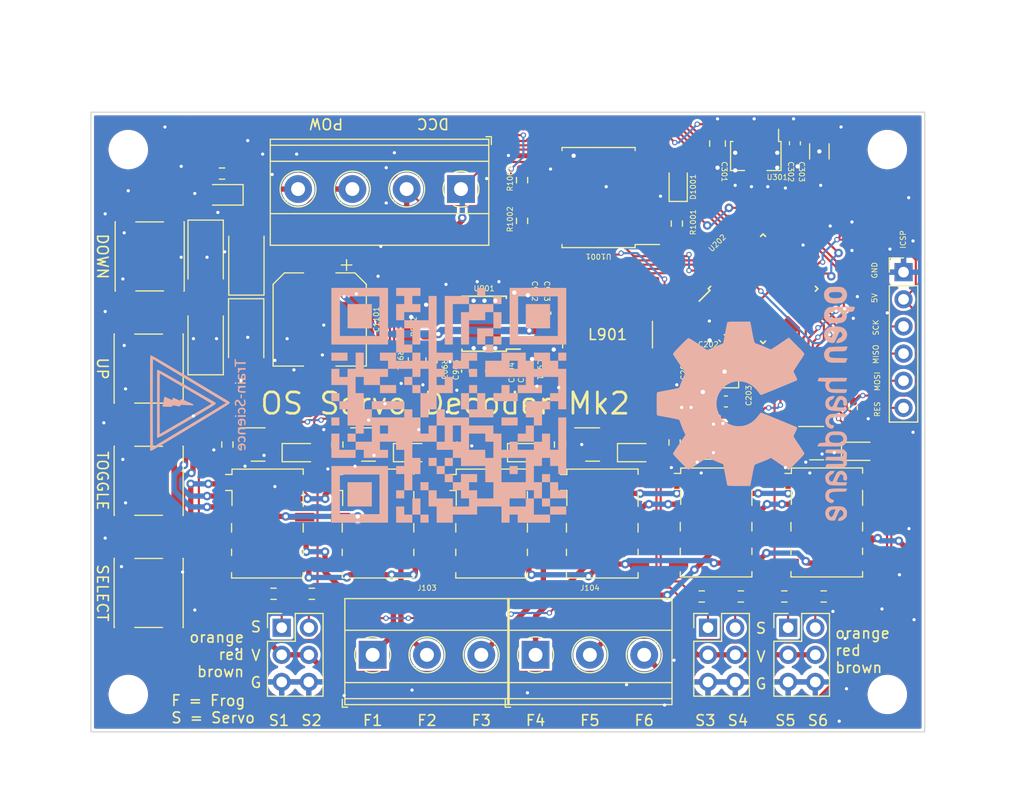
<source format=kicad_pcb>
(kicad_pcb (version 20221018) (generator pcbnew)
  (layers (0 "F.Cu" signal) (31 "B.Cu" signal) (34 "B.Paste" user) (35 "F.Paste" user) (36 "B.SilkS" user "B.Silkscreen") (37 "F.SilkS" user "F.Silkscreen") (38 "B.Mask" user) (39 "F.Mask" user) (44 "Edge.Cuts" user))
  (net 0 "")
  (net 1 "GND")
  (net 2 "Net-(D201-A)")
  (net 4 "Net-(U901-BS)")
  (net 5 "Net-(U901-SW)")
  (net 6 "Net-(U901-FB)")
  (net 9 "Net-(D1001-K)")
  (net 10 "+5V")
  (net 11 "Net-(U1001-EN)")
  (net 13 "/atmega/X1")
  (net 14 "/atmega/X2")
  (net 15 "VCC")
  (net 16 "+5VA")
  (net 17 "/atmega/LED")
  (net 18 "/DCC/DCC_B")
  (net 19 "/D_bridge/AC_1")
  (net 20 "/D_bridge/AC_2")
  (net 21 "/DCC/DCC_A")
  (net 22 "/atmega/reset")
  (net 23 "/DCC/DCC_TTL")
  (net 24 "/atmega/sw1")
  (net 25 "/atmega/sw2")
  (net 26 "/atmega/sw3")
  (net 27 "/atmega/sw4")
  (net 28 "/atmega/MOSI")
  (net 29 "/atmega/MISO")
  (net 30 "/atmega/bus2.pin1")
  (net 31 "/atmega/bus2.pin2")
  (net 32 "/atmega/bus3.pin1")
  (net 33 "/atmega/bus3.pin2")
  (net 34 "Net-(D701-A)")
  (net 35 "Net-(D702-A)")
  (net 38 "Net-(D801-A)")
  (net 39 "/atmega/bus1.pin1")
  (net 40 "/atmega/bus1.pin2")
  (net 41 "Net-(D802-A)")
  (net 42 "Net-(D901-A)")
  (net 43 "Net-(D902-A)")
  (net 47 "/servo1-2/FROG2")
  (net 51 "/servo1-2/FROG1")
  (net 55 "/servo3-4/FROG2")
  (net 59 "/servo3-4/FROG1")
  (net 63 "/servo5-6/FROG2")
  (net 67 "/servo5-6/FROG1")
  (net 68 "Net-(Q701-B)")
  (net 69 "Net-(Q702-B)")
  (net 70 "Net-(Q801-B)")
  (net 71 "Net-(Q802-B)")
  (net 72 "Net-(Q901-B)")
  (net 73 "Net-(Q902-B)")
  (net 74 "/atmega/bus1.relay1")
  (net 75 "/atmega/bus1.relay2")
  (net 76 "/atmega/bus2.relay1")
  (net 77 "/atmega/bus2.relay2")
  (net 78 "/atmega/bus3.relay1")
  (net 79 "/atmega/bus3.relay2")
  (footprint "custom_kicad_lib_sk:R_0603_smalltext" (layer "F.Cu") (at 183.769 133.604 90)
    (fp_text reference "R703" hide)
    (fp_text value "1k5")
  )
  (footprint "Diode_SMD:D_SOD-323" (layer "F.Cu") (at 211.582 134.366)
    (fp_text reference "D801" hide)
    (fp_text value "1N4148WS")
  )
  (footprint "Capacitor_SMD:C_0603_1608Metric" (layer "F.Cu") (at 213.0255 123.952 -90)
    (fp_text reference "C901")
    (fp_text value "22uF")
  )
  (footprint "Capacitor_SMD:C_0402_1005Metric" (layer "F.Cu") (at 206.0405 126.744 90)
    (fp_text reference "C906")
    (fp_text value "100nF")
  )
  (footprint "Diode_SMD:D_SMA" (layer "F.Cu") (at 185.547 116.108 90)
    (fp_text reference "D1101" hide)
    (fp_text value "SS53")
  )
  (footprint "Diode_SMD:D_SOD-323" (layer "F.Cu") (at 225.937 109.243 90)
    (fp_text reference "D1001")
    (fp_text value "1N4148WS")
  )
  (footprint "Capacitor_SMD:C_0603_1608Metric" (layer "F.Cu") (at 227.64199 126.654583 90)
    (fp_text reference "C201")
    (fp_text value "12pF")
  )
  (footprint "Relay_SMD:Relay_DPDT_Omron_G6K-2F-Y" (layer "F.Cu") (at 218.823646 141)
    (fp_text reference "K802" hide)
    (fp_text value "G6K-2F-Y-TR DC5")
  )
  (footprint "Relay_SMD:Relay_DPDT_Omron_G6K-2F-Y" (layer "F.Cu") (at 187.5 141)
    (fp_text reference "K701" hide)
    (fp_text value "G6K-2F-Y-TR DC5")
  )
  (footprint "Diode_SMD:D_SMA" (layer "F.Cu") (at 185.527 123.474 -90)
    (fp_text reference "D1103" hide)
    (fp_text value "SS53")
  )
  (footprint "Capacitor_SMD:C_0402_1005Metric" (layer "F.Cu") (at 212.5175 121.313 90)
    (fp_text reference "C902")
    (fp_text value "100nF")
  )
  (footprint "Resistor_SMD:R_0402_1005Metric_Pad0.72x0.64mm_HandSolder" (layer "F.Cu") (at 242.316 130.175 90)
    (fp_text reference "R202" hide)
    (fp_text value "10k")
  )
  (footprint "Capacitor_SMD:C_0805_2012Metric" (layer "F.Cu") (at 229.616 105.4365 -90)
    (fp_text reference "C301")
    (fp_text value "470nF")
  )
  (footprint "custom_kicad_lib_sk:R_0603_smalltext" (layer "F.Cu") (at 204.724 133.604 90)
    (fp_text reference "R803" hide)
    (fp_text value "1k5")
  )
  (footprint "Resistor_SMD:R_0603_1608Metric_Pad0.98x0.95mm_HandSolder" (layer "F.Cu") (at 183.2685 108.245 180)
    (fp_text reference "R201" hide)
    (fp_text value "6k2")
  )
  (footprint "MountingHole:MountingHole_3.2mm_M3" (layer "F.Cu") (at 245.5 106)
    (fp_text reference "REF**" hide)
    (fp_text value "MountingHole_3.2mm_M3")
  )
  (footprint "custom_kicad_lib_sk:tactile_SMD_6mm" (layer "F.Cu") (at 176.5 116 90)
    (fp_text reference "SW604" hide)
    (fp_text value "SW_Push")
  )
  (footprint "Package_SO:TI_SO-PowerPAD-8" (layer "F.Cu") (at 207.786 122.301 180)
    (fp_text reference "U901")
    (fp_text value "MT2499A")
  )
  (footprint "Relay_SMD:Relay_DPDT_Omron_G6K-2F-Y" (layer "F.Cu") (at 229.473646 140.899)
    (fp_text reference "K901" hide)
    (fp_text value "G6K-2F-Y-TR DC5")
  )
  (footprint "Capacitor_SMD:CP_Elec_8x10.5" (layer "F.Cu") (at 192.405 121.903 -90)
    (fp_text reference "C1101")
    (fp_text value "1000uF")
  )
  (footprint "custom_kicad_lib_sk:tactile_SMD_6mm" (layer "F.Cu") (at 176.403 147.5 90)
    (fp_text reference "SW601" hide)
    (fp_text value "SW_Push")
  )
  (footprint "TerminalBlock_Phoenix:TerminalBlock_Phoenix_MKDS-1,5-3-5.08_1x03_P5.08mm_Horizontal" (layer "F.Cu") (at 197.358 153.289)
    (fp_text reference "J103")
    (fp_text value "Screw_Terminal_01x03")
  )
  (footprint "Package_TO_SOT_SMD:SOT-23" (layer "F.Cu") (at 217.932 133.604)
    (fp_text reference "Q802" hide)
    (fp_text value "NPN_TOR")
  )
  (footprint "Resistor_SMD:R_0603_1608Metric" (layer "F.Cu") (at 201.2145 125.73 90)
    (fp_text reference "R901")
    (fp_text value "220k")
  )
  (footprint "Capacitor_SMD:C_0603_1608Metric" (layer "F.Cu") (at 209.0885 126.746 90)
    (fp_text reference "C905")
    (fp_text value "22uF")
  )
  (footprint "custom_kicad_lib_sk:R_0603_smalltext" (layer "F.Cu") (at 239.5455 147.828 180)
    (fp_text reference "R905" hide)
    (fp_text value "10k")
  )
  (footprint "custom_kicad_lib_sk:R_0603_smalltext" (layer "F.Cu") (at 194.056 133.604 90)
    (fp_text reference "R704" hide)
    (fp_text value "1k5")
  )
  (footprint "Connector_PinHeader_2.54mm:PinHeader_2x03_P2.54mm_Vertical" (layer "F.Cu") (at 236.22 150.749)
    (fp_text reference "J901" hide)
    (fp_text value "Conn_02x03_Odd_Even")
  )
  (footprint "custom_kicad_lib_sk:R_0603_smalltext" (layer "F.Cu") (at 235.966 133.477 90)
    (fp_text reference "R907" hide)
    (fp_text value "1k5")
  )
  (footprint "Capacitor_SMD:C_1206_3216Metric_Pad1.33x1.80mm_HandSolder" (layer "F.Cu") (at 239.141 106.172 -90)
    (fp_text reference "C303")
    (fp_text value "100uF")
  )
  (footprint "Connector_PinHeader_2.54mm:PinHeader_2x03_P2.54mm_Vertical" (layer "F.Cu") (at 188.849 150.749)
    (fp_text reference "J701" hide)
    (fp_text value "Conn_02x03_Odd_Even")
  )
  (footprint "Inductor_SMD:L_Bourns-SRN8040_8x8.15mm" (layer "F.Cu") (at 219.329 123.317 -90)
    (fp_text reference "L901")
    (fp_text value "L")
  )
  (footprint "Package_TO_SOT_SMD:SOT-23" (layer "F.Cu") (at 228.6485 133.416)
    (fp_text reference "Q901" hide)
    (fp_text value "NPN_TOR")
  )
  (footprint "Diode_SMD:D_SOD-323" (layer "F.Cu") (at 190.5 134.366)
    (fp_text reference "D701" hide)
    (fp_text value "1N4148WS")
  )
  (footprint "Package_SO:SOP-8_6.62x9.15mm_P2.54mm" (layer "F.Cu") (at 218.487 110.49 180)
    (fp_text reference "U1001")
    (fp_text value "6N137")
  )
  (footprint "Resistor_SMD:R_0603_1608Metric" (layer "F.Cu") (at 202.3575 122.555 90)
    (fp_text reference "R902")
    (fp_text value "20k")
  )
  (footprint "MountingHole:MountingHole_3.2mm_M3" (layer "F.Cu") (at 174.5 157)
    (fp_text reference "REF**" hide)
    (fp_text value "MountingHole_3.2mm_M3")
  )
  (footprint "Connector_PinHeader_2.54mm:PinHeader_1x06_P2.54mm_Vertical" (layer "F.Cu") (at 247.015 117.475)
    (fp_text reference "J201" hide)
    (fp_text value "ICSP")
  )
  (footprint "Capacitor_SMD:C_0603_1608Metric_Pad1.08x0.95mm_HandSolder" (layer "F.Cu") (at 236.855 105.41 -90)
    (fp_text reference "C302")
    (fp_text value "100nF")
  )
  (footprint "custom_kicad_lib_sk:R_0603_smalltext" (layer "F.Cu") (at 231.7985 147.828 180)
    (fp_text reference "R802" hide)
    (fp_text value "10k")
  )
  (footprint "Diode_SMD:D_SOD-323" (layer "F.Cu") (at 200.914 134.366)
    (fp_text reference "D702" hide)
    (fp_text value "1N4148WS")
  )
  (footprint "custom_kicad_lib_sk:R_0603_smalltext" (layer "F.Cu") (at 225.81 112.926 90)
    (fp_text reference "R1001")
    (fp_text value "1k")
  )
  (footprint "Relay_SMD:Relay_DPDT_Omron_G6K-2F-Y" (layer "F.Cu") (at 197.85 141)
    (fp_text reference "K702" hide)
    (fp_text value "G6K-2F-Y-TR DC5")
  )
  (footprint "custom_kicad_lib_sk:R_0603_smalltext" (layer "F.Cu") (at 191.6665 147.574 180)
    (fp_text reference "R702" hide)
    (fp_text value "10k")
  )
  (footprint "custom_kicad_lib_sk:R_0603_smalltext" (layer "F.Cu") (at 225.6005 133.416 90)
    (fp_text reference "R906" hide)
    (fp_text value "1k5")
  )
  (footprint "custom_kicad_lib_sk:crystal_arduino" (layer "F.Cu") (at 230.56299 126.747583 -90)
    (fp_text reference "Y201")
    (fp_text value "Crystal_GND2")
  )
  (footprint "Relay_SMD:Relay_DPDT_Omron_G6K-2F-Y" (layer "F.Cu") (at 239.823646 140.899)
    (fp_text reference "K902" hide)
    (fp_text value "G6K-2F-Y-TR DC5")
  )
  (footprint "Package_TO_SOT_SMD:SOT-23" (layer "F.Cu") (at 196.977 133.604)
    (fp_text reference "Q702" hide)
    (fp_text value "NPN_TOR")
  )
  (footprint "custom_kicad_lib_sk:tactile_SMD_6mm" (layer "F.Cu") (at 176.403 137 90)
    (fp_text reference "SW602" hide)
    (fp_text value "SW_Push")
  )
  (footprint "Capacitor_SMD:C_0402_1005Metric" (layer "F.Cu") (at 213.6605 121.313 90)
    (fp_text reference "C903")
    (fp_text value "22nF")
  )
  (footprint "Diode_SMD:D_SOD-323" (layer "F.Cu") (at 221.869 134.366)
    (fp_text reference "D802" hide)
    (fp_text value "1N4148WS")
  )
  (footprint "Package_TO_SOT_SMD:SOT-89-3" (layer "F.Cu") (at 233.196 106.598 -90)
    (fp_text reference "U301")
    (fp_text value "L78L05_SOT89")
  )
  (footprint "Diode_SMD:D_SMA" (layer "F.Cu") (at 181.737 116.11 -90)
    (fp_text reference "D1102" hide)
    (fp_text value "SS53")
  )
  (footprint "Package_QFP:TQFP-32_7x7mm_P0.8mm" (layer "F.Cu") (at 233.87399 119.024583 45)
    (fp_text reference "U202")
    (fp_text value "ATmega328-A")
  )
  (footprint "Package_TO_SOT_SMD:SOT-23" (layer "F.Cu") (at 186.6415 133.604)
    (fp_text reference "Q701" hide)
    (fp_text value "NPN_TOR")
  )
  (footprint "Capacitor_SMD:C_0603_1608Metric" (layer "F.Cu") (at 230.40399 129.575583)
    (fp_text reference "C203")
    (fp_text value "12pF")
  )
  (footprint "Connector_PinHeader_2.54mm:PinHeader_2x03_P2.54mm_Vertical" (layer "F.Cu") (at 228.727 150.749)
    (fp_text reference "J801" hide)
    (fp_text value "Conn_02x03_Odd_Even")
  )
  (footprint "Diode_SMD:D_SMA" (layer "F.Cu") (at 181.737 123.569 90)
    (fp_text reference "D1104" hide)
    (fp_text value "SS53")
  )
  (footprint "TerminalBlock_Phoenix:TerminalBlock_Phoenix_MKDS-1,5-4-5.08_1x04_P5.08mm_Horizontal" (layer "F.Cu") (at 205.62 109.695 180)
    (fp_text reference "J101" hide)
    (fp_text value "Screw_Terminal_01x04")
  )
  (footprint "Resistor_SMD:R_0603_1608Metric" (layer "F.Cu") (at 202.8655 125.73 -90)
    (fp_text reference "R903")
    (fp_text value "150k")
  )
  (footprint "Package_TO_SOT_SMD:SOT-23" (layer "F.Cu") (at 238.887 133.477)
    (fp_text reference "Q902" hide)
    (fp_text value "NPN_TOR")
  )
  (footprint "custom_kicad_lib_sk:R_0603_smalltext" (layer "F.Cu") (at 235.8625 147.828)
    (fp_text reference "R904" hide)
    (fp_text value "10k")
  )
  (footprint "MountingHole:MountingHole_3.2mm_M3" (layer "F.Cu") (at 245.5 157)
    (fp_text reference "REF**" hide)
    (fp_text value "MountingHole_3.2mm_M3")
  )
  (footprint "LED_SMD:LED_0805_2012Metric_Pad1.15x1.40mm_HandSolder" (layer "F.Cu") (at 183.379 110.236 180)
    (fp_text reference "D201" hide)
    (fp_text value "LED")
  )
  (footprint "custom_kicad_lib_sk:R_0603_smalltext" (layer "F.Cu") (at 188.087 147.574)
    (fp_text reference "R701" hide)
    (fp_text value "10k")
  )
  (footprint "custom_kicad_lib_sk:R_0603_smalltext" (layer "F.Cu") (at 211.332 108.862 90)
    (fp_text reference "R1003")
    (fp_text value "10k")
  )
  (footprint "custom_kicad_lib_sk:R_0603_smalltext" (layer "F.Cu") (at 211.332 112.672 90)
    (fp_text reference "R1002")
    (fp_text value "10k")
  )
  (footprint "custom_kicad_lib_sk:R_0603_smalltext" (layer "F.Cu") (at 214.884 133.604 90)
    (fp_text reference "R804" hide)
    (fp_text value "1k5")
  )
  (footprint "Capacitor_SMD:C_0402_1005Metric" (layer "F.Cu") (at 230.064579 123.648172 135)
    (fp_text reference "C202")
    (fp_text value "100nF")
  )
  (footprint "Diode_SMD:D_SOD-323" (layer "F.Cu") (at 232.537 134.239)
    (fp_text reference "D901" hide)
    (fp_text value "1N4148WS")
  )
  (footprint "TerminalBlock_Phoenix:TerminalBlock_Phoenix_MKDS-1,5-3-5.08_1x03_P5.08mm_Horizontal" (layer "F.Cu") (at 212.598 153.289)
    (fp_text reference "J104")
    (fp_text value "Screw_Terminal_01x03")
  )
  (footprint "custom_kicad_lib_sk:R_0603_smalltext" (layer "F.Cu") (at 228.139 147.828)
    (fp_text reference "R801" hide)
    (fp_text value "10k")
  )
  (footprint "Capacitor_SMD:C_0603_1608Metric" (layer "F.Cu") (at 207.4225 126.746 90)
    (fp_text reference "C904")
    (fp_text value "22uF")
  )
  (footprint "Package_TO_SOT_SMD:SOT-23" (layer "F.Cu") (at 207.645 133.604)
    (fp_text reference "Q801" hide)
    (fp_text value "NPN_TOR")
  )
  (footprint "Relay_SMD:Relay_DPDT_Omron_G6K-2F-Y" (layer "F.Cu") (at 208.473646 141)
    (fp_text reference "K801" hide)
    (fp_text value "G6K-2F-Y-TR DC5")
  )
  (footprint "custom_kicad_lib_sk:tactile_SMD_6mm" (layer "F.Cu") (at 176.403 126.5 90)
    (fp_text reference "SW603" hide)
    (fp_text value "SW_Push")
  )
  (footprint "MountingHole:MountingHole_3.2mm_M3" (layer "F.Cu") (at 174.5 106)
    (fp_text reference "REF**" hide)
    (fp_text value "MountingHole_3.2mm_M3")
  )
  (footprint "Diode_SMD:D_SOD-323" (layer "F.Cu") (at 242.824 134.239)
    (fp_text reference "D902" hide)
    (fp_text value "1N4148WS")
  )
  (footprint "custom_kicad_lib_sk:servoDriverQR" (layer "B.Cu") (at 204.47 129.921 -90)
    (fp_text reference "G***" hide)
    (fp_text value "LOGO" hide)
  )
  (footprint "custom_kicad_lib_sk:Train-Science logo small" (layer "B.Cu") (at 181.102 129.794 -90)
    (fp_text reference "G***" hide)
    (fp_text value "LOGO" hide)
  )
  (footprint "Symbol:OSHW-Logo2_24.3x20mm_SilkScreen" (layer "B.Cu") (at 233.172 129.794 -90)
    (fp_text reference "REF**" hide)
    (fp_text value "OSHW-Logo2_24.3x20mm_SilkScreen" hide)
  )
  (gr_rect (start 171 102.5) (end 249 160.5) (stroke (width 0.1)) (fill none) (layer "Edge.Cuts"))
  (gr_text "ICSP" (at 247.269 115.316 90) (layer "F.SilkS") (effects (font (size 0.5 0.5) (thickness 0.075)) (justify left bottom)))
  (gr_text "UP" (at 171.5 126.5 270) (layer "F.SilkS") (effects (font (size 1 1)) (justify bottom)))
  (gr_text "S6" (at 239.014 160.02) (layer "F.SilkS") (effects (font (size 1 1)) (justify bottom)))
  (gr_text "S" (at 233.68 151.384) (layer "F.SilkS") (effects (font (size 1 1)) (justify bottom)))
  (gr_text "MISO" (at 244.729 126.111 90) (layer "F.SilkS") (effects (font (size 0.5 0.5) (thickness 0.075)) (justify left bottom)))
  (gr_text "TOGGLE" (at 171.5 137 270) (layer "F.SilkS") (effects (font (size 1 1)) (justify bottom)))
  (gr_text "V" (at 186.436 153.924) (layer "F.SilkS") (effects (font (size 1 1)) (justify bottom)))
  (gr_text "DOWN" (at 171.5 116 270) (layer "F.SilkS") (effects (font (size 1 1)) (justify bottom)))
  (gr_text "orange\nred\nbrown\n" (at 240.538 155.067) (layer "F.SilkS") (effects (font (size 1 1)) (justify left bottom)))
  (gr_text "SELECT" (at 171.5 147.5 270) (layer "F.SilkS") (effects (font (size 1 1)) (justify bottom)))
  (gr_text "S5" (at 235.966 160.02) (layer "F.SilkS") (effects (font (size 1 1)) (justify bottom)))
  (gr_text "F6\n" (at 222.758 160.02) (layer "F.SilkS") (effects (font (size 1 1)) (justify bottom)))
  (gr_text "S4" (at 231.521 160.02) (layer "F.SilkS") (effects (font (size 1 1)) (justify bottom)))
  (gr_text "S1" (at 188.595 160.02) (layer "F.SilkS") (effects (font (size 1 1)) (justify bottom)))
  (gr_text "5V" (at 244.602 120.396 90) (layer "F.SilkS") (effects (font (size 0.5 0.5) (thickness 0.075)) (justify left bottom)))
  (gr_text "V" (at 233.68 154.051) (layer "F.SilkS") (effects (font (size 1 1)) (justify bottom)))
  (gr_text "F2" (at 202.438 160.02) (layer "F.SilkS") (effects (font (size 1 1)) (justify bottom)))
  (gr_text "F4" (at 212.598 160.02) (layer "F.SilkS") (effects (font (size 1 1)) (justify bottom)))
  (gr_text "F1" (at 197.358 160.02) (layer "F.SilkS") (effects (font (size 1 1)) (justify bottom)))
  (gr_text "SCK" (at 244.729 123.444 90) (layer "F.SilkS") (effects (font (size 0.5 0.5) (thickness 0.075)) (justify left bottom)))
  (gr_text "G" (at 186.436 156.464) (layer "F.SilkS") (effects (font (size 1 1)) (justify bottom)))
  (gr_text "orange\nred\nbrown\n" (at 185.42 155.448) (layer "F.SilkS") (effects (font (size 1 1)) (justify right bottom)))
  (gr_text "GND" (at 244.602 118.11 90) (layer "F.SilkS") (effects (font (size 0.5 0.5) (thickness 0.075)) (justify left bottom)))
  (gr_text "S" (at 186.436 151.257) (layer "F.SilkS") (effects (font (size 1 1)) (justify bottom)))
  (gr_text "S2\n" (at 191.643 160.02) (layer "F.SilkS") (effects (font (size 1 1)) (justify bottom)))
  (gr_text "F3\n" (at 207.518 160.02) (layer "F.SilkS") (effects (font (size 1 1)) (justify bottom)))
  (gr_text "OS Servo Decoder Mk2" (at 186.69 130.937) (layer "F.SilkS") (effects (font (size 2 2) (thickness 0.25) bold) (justify left bottom)))
  (gr_text "RES" (at 244.856 131.064 90) (layer "F.SilkS") (effects (font (size 0.5 0.5) (thickness 0.075)) (justify left bottom)))
  (gr_text "F5" (at 217.678 160.02) (layer "F.SilkS") (effects (font (size 1 1)) (justify bottom)))
  (gr_text "G" (at 233.68 156.591) (layer "F.SilkS") (effects (font (size 1 1)) (justify bottom)))
  (gr_text "DCC" (at 203 103 180) (layer "F.SilkS") (effects (font (size 1 1)) (justify bottom)))
  (gr_text "S3" (at 228.473 160.02) (layer "F.SilkS") (effects (font (size 1 1)) (justify bottom)))
  (gr_text "POW\n" (at 193 103 180) (layer "F.SilkS") (effects (font (size 1 1)) (justify bottom)))
  (gr_text "MOSI" (at 244.856 128.651 90) (layer "F.SilkS") (effects (font (size 0.5 0.5) (thickness 0.075)) (justify left bottom)))
  (gr_text "F = Frog\nS = Servo" (at 178.435 159.766) (layer "F.SilkS") (effects (font (size 1 1)) (justify left bottom)))
  (segment (start 237.397887 114.935) (end 236.596351 115.736536) (width 0.2) (layer "F.Cu") (net 1))
  (segment (start 214.2955 124.714) (end 213.0385 124.714) (width 0.7) (layer "F.Cu") (net 1))
  (segment (start 202.3575 120.523) (end 202.3325 120.548) (width 1) (layer "F.Cu") (net 1))
  (segment (start 229.719741 121.181259) (end 228.854 122.047) (width 0.2) (layer "F.Cu") (net 1))
  (segment (start 230.020258 121.181259) (end 229.719741 121.181259) (width 0.2) (layer "F.Cu") (net 1))
  (segment (start 208.8855 126.174) (end 208.1995 126.174) (width 1) (layer "F.Cu") (net 1))
  (segment (start 206.8025 120.142) (end 206.8025 124.587) (width 1) (layer "F.Cu") (net 1))
  (segment (start 231.29299 125.897583) (end 230.40899 126.781583) (width 0.25) (layer "F.Cu") (net 1))
  (segment (start 206.0405 126.174) (end 206.8025 125.412) (width 1) (layer "F.Cu") (net 1))
  (segment (start 207.8185 124.587) (end 207.8185 125.575) (width 1) (layer "F.Cu") (net 1))
  (segment (start 207.8185 125.575) (end 207.4225 125.971) (width 1) (layer "F.Cu") (net 1))
  (segment (start 229.02499 127.429583) (end 229.39299 127.797583) (width 0.25) (layer "F.Cu") (net 1))
  (segment (start 202.3325 120.548) (end 202.3325 121.73) (width 1) (layer "F.Cu") (net 1))
  (segment (start 210.566 120.396) (end 209.0885 120.396) (width 1) (layer "F.Cu") (net 1))
  (segment (start 231.29299 125.597583) (end 231.29299 125.897583) (width 0.25) (layer "F.Cu") (net 1))
  (segment (start 208.8345 125.717) (end 209.0885 125.971) (width 1) (layer "F.Cu") (net 1))
  (segment (start 229.725168 123.308761) (end 230.155498 123.308761) (width 0.2) (layer "F.Cu") (net 1))
  (segment (start 211.5785 126.174) (end 208.1995 126.174) (width 0.7) (layer "F.Cu") (net 1))
  (segment (start 209.0885 125.971) (end 208.8855 126.174) (width 1) (layer "F.Cu") (net 1))
  (segment (start 213.0385 124.714) (end 213.0255 124.727) (width 0.7) (layer "F.Cu") (net 1))
  (segment (start 237.617 114.935) (end 237.397887 114.935) (width 0.2) (layer "F.Cu") (net 1))
  (segment (start 229.62899 128.033583) (end 229.39299 127.797583) (width 0.25) (layer "F.Cu") (net 1))
  (segment (start 208.1995 126.174) (end 206.0405 126.174) (width 1) (layer "F.Cu") (net 1))
  (segment (start 201.0245 121.73) (end 200.9605 121.666) (width 0.7) (layer "F.Cu") (net 1))
  (segment (start 208.8345 124.587) (end 208.8345 125.717) (width 1) (layer "F.Cu") (net 1))
  (segment (start 229.431812 123.308761) (end 228.87999 123.860583) (width 0.2) (layer "F.Cu") (net 1))
  (segment (start 230.27699 126.913583) (end 229.39299 127.797583) (width 0.25) (layer "F.Cu") (net 1))
  (segment (start 230.40899 126.781583) (end 230.27699 126.781583) (width 0.25) (layer "F.Cu") (net 1))
  (segment (start 229.62899 129.575583) (end 229.62899 128.033583) (width 0.25) (layer "F.Cu") (net 1))
  (segment (start 230.27699 126.781583) (end 230.27699 126.913583) (width 0.25) (layer "F.Cu") (net 1))
  (segment (start 206.8025 125.412) (end 206.8025 124.587) (width 1) (layer "F.Cu") (net 1))
  (segment (start 207.8185 124.587) (end 207.8185 120.142) (width 1) (layer "F.Cu") (net 1))
  (segment (start 213.0255 124.727) (end 211.5785 126.174) (width 0.7) (layer "F.Cu") (net 1))
  (segment (start 208.8345 120.142) (end 208.8345 124.587) (width 1) (layer "F.Cu") (net 1))
  (segment (start 202.3575 121.73) (end 201.0245 121.73) (width 0.7) (layer "F.Cu") (net 1))
  (segment (start 230.155498 123.308761) (end 231.151629 122.31263) (width 0.2) (layer "F.Cu") (net 1))
  (segment (start 229.725168 123.308761) (end 229.431812 123.308761) (width 0.2) (layer "F.Cu") (net 1))
  (segment (start 227.64199 127.429583) (end 229.02499 127.429583) (width 0.25) (layer "F.Cu") (net 1))
  (segment (start 209.0885 120.396) (end 208.8345 120.142) (width 1) (layer "F.Cu") (net 1))
  (via (at 182.499 134.112) (size 0.5) (drill 0.3) (layers "F.Cu" "B.Cu") (net 1))
  (via (at 241.554 151.765) (size 0.5) (drill 0.3) (layers "F.Cu" "B.Cu") (net 1))
  (via (at 228.24499 128.686583) (size 0.8) (drill 0.4) (layers "F.Cu" "B.Cu") (net 1))
  (via (at 242.189 112.776) (size 0.5) (drill 0.3) (layers "F.Cu" "B.Cu") (net 1))
  (via (at 219.202 109.474) (size 0.5) (drill 0.3) (layers "F.Cu" "B.Cu") (net 1))
  (via (at 177.927 103.886) (size 0.5) (drill 0.3) (layers "F.Cu" "B.Cu") (net 1))
  (via (at 189.357 123.698) (size 0.5) (drill 0.3) (layers "F.Cu" "B.Cu") (net 1))
  (via (at 187.071 106.426) (size 0.5) (drill 0.3) (layers "F.Cu" "B.Cu") (net 1))
  (via (at 208.8345 124.587) (size 0.8) (drill 0.4) (layers "F.Cu" "B.Cu") (net 1))
  (via (at 240.157 113.157) (size 0.5) (drill 0.3) (layers "F.Cu" "B.Cu") (net 1))
  (via (at 182.88 111.887) (size 0.5) (drill 0.3) (layers "F.Cu" "B.Cu") (net 1))
  (via (at 187.96 108.331) (size 0.5) (drill 0.3) (layers "F.Cu" "B.Cu") (net 1))
  (via (at 187.198 134.62) (size 0.5) (drill 0.3) (layers "F.Cu" "B.Cu") (net 1))
  (via (at 172.212 131.572) (size 0.5) (drill 0.3) (layers "F.Cu" "B.Cu") (net 1))
  (via (at 214.757 128.27) (size 0.5) (drill 0.3) (layers "F.Cu" "B.Cu") (net 1))
  (via (at 204.216 118.618) (size 0.5) (drill 0.3) (layers "F.Cu" "B.Cu") (net 1))
  (via (at 248 150) (size 0.5) (drill 0.3) (layers "F.Cu" "B.Cu") (net 1))
  (via (at 190.246 106.426) (size 0.5) (drill 0.3) (layers "F.Cu" "B.Cu") (net 1))
  (via (at 207.137 118.364) (size 0.5) (drill 0.3) (layers "F.Cu" "B.Cu") (net 1))
  (via (at 198.628 110.998) (size 0.5) (drill 0.3) (layers "F.Cu" "B.Cu") (net 1))
  (via (at 204.597 125.857) (size 0.5) (drill 0.3) (layers "F.Cu" "B.Cu") (net 1))
  (via (at 243.713 131.191) (size 0.5) (drill 0.3) (layers "F.Cu" "B.Cu") (net 1))
  (via (at 192.786 132.207) (size 0.5) (drill 0.3) (layers "F.Cu" "B.Cu") (net 1))
  (via (at 174.117 113.792) (size 0.5) (drill 0.3) (layers "F.Cu" "B.Cu") (net 1))
  (via (at 235.204 106.299) (size 0.8) (drill 0.4) (layers "F.Cu" "B.Cu") (net 1))
  (via (at 227.711 135.255) (size 0.5) (drill 0.3) (layers "F.Cu" "B.Cu") (net 1))
  (via (at 241.681 156.464) (size 0.5) (drill 0.3) (layers "F.Cu" "B.Cu") (net 1))
  (via (at 172.339 121.158) (size 0.5) (drill 0.3) (layers "F.Cu" "B.Cu") (net 1))
  (via (at 201.676 132.207) (size 0.5) (drill 0.3) (layers "F.Cu" "B.Cu") (net 1))
  (via (at 230.27699 126.781583) (size 0.8) (drill 0.4) (layers "F.Cu" "B.Cu") (net 1))
  (via (at 204.343 130.556) (size 0.5) (drill 0.3) (layers "F.Cu" "B.Cu") (net 1))
  (via (at 173.99 135.001) (size 0.5) (drill 0.3) (layers "F.Cu" "B.Cu") (net 1))
  (via (at 173.99 118.11) (size 0.5) (drill 0.3) (layers "F.Cu" "B.Cu") (net 1))
  (via (at 240.538 134.366) (size 0.5) (drill 0.3) (layers "F.Cu" "B.Cu") (net 1))
  (via (at 233.045 103.124) (size 0.5) (drill 0.3) (layers "F.Cu" "B.Cu") (net 1))
  (via (at 229.235 134.366) (size 0.5) (drill 0.3) (layers "F.Cu" "B.Cu") (net 1))
  (via (at 242.316 121.793) (size 0.5) (drill 0.3) (layers "F.Cu" "B.Cu") (net 1))
  (via (at 192.659 125.222) (size 0.5) (drill 0.3) (layers "F.Cu" "B.Cu") (net 1))
  (via (at 194.691 157.099) (size 0.5) (drill 0.3) (layers "F.Cu" "B.Cu") (net 1))
  (via (at 228.092 136.271) (size 0.5) (drill 0.3) (layers "F.Cu" "B.Cu") (net 1))
  (via (at 174.244 128.397) (size 0.5) (drill 0.3) (layers "F.Cu" "B.Cu") (net 1))
  (via (at 206.8025 120.142) (size 0.8) (drill 0.4) (layers "F.Cu" "B.Cu") (net 1))
  (via (at 183.515 115.57) (size 0.5) (drill 0.3) (layers "F.Cu" "B.Cu") (net 1))
  (via (at 195.707 135.636) (size 0.5) (drill 0.3) (layers "F.Cu" "B.Cu") (net 1))
  (via (at 228.87999 123.860583) (size 0.8) (drill 0.4) (layers "F.Cu" "B.Cu") (net 1))
  (via (at 221.107 156.083) (size 0.5) (drill 0.3) (layers "F.Cu" "B.Cu") (net 1))
  (via (at 239.141 106.172) (size 0.8) (drill 0.4) (layers "F.Cu" "B.Cu") (net 1))
  (via (at 231.267 106.299) (size 0.8) (drill 0.4) (layers "F.Cu" "B.Cu") (net 1))
  (via (at 224.663 157.988) (size 0.5) (drill 0.3) (layers "F.Cu" "B.Cu") (net 1))
  (via (at 174.117 124.333) (size 0.5) (drill 0.3) (layers "F.Cu" "B.Cu") (net 1))
  (via (at 200.025 127.889) (size 0.5) (drill 0.3) (layers "F.Cu" "B.Cu") (net 1))
  (via (at 207.8185 120.142) (size 0.8) (drill 0.4) (layers "F.Cu" "B.Cu") (net 1))
  (via (at 179.578 145.542) (size 0.5) (drill 0.3) (layers "F.Cu" "B.Cu") (net 1))
  (via (at 201.041 156.591) (size 0.5) (drill 0.3) (layers "F.Cu" "B.Cu") (net 1))
  (via (at 212.725 128.143) (size 0.5) (drill 0.3) (layers "F.Cu" "B.Cu") (net 1))
  (via (at 207.8185 124.587) (size 0.8) (drill 0.4) (layers "F.Cu" "B.Cu") (net 1))
  (via (at 245.491 121.285) (size 0.5) (drill 0.3) (layers "F.Cu" "B.Cu") (net 1))
  (via (at 209.169 118.364) (size 0.5) (drill 0.3) (layers "F.Cu" "B.Cu") (net 1))
  (via (at 225.298 135.763) (size 0.5) (drill 0.3) (layers "F.Cu" "B.Cu") (net 1))
  (via (at 193.167 135.89) (size 0.5) (drill 0.3) (layers "F.Cu" "B.Cu") (net 1))
  (via (at 245.745 115.316) (size 0.5) (drill 0.3) (layers "F.Cu" "B.Cu") (net 1))
  (via (at 180.721 149.098) (size 0.5) (drill 0.3) (layers "F.Cu" "B.Cu") (net 1))
  (via (at 200.9605 121.666) (size 0.8) (drill 0.4) (layers "F.Cu" "B.Cu") (net 1))
  (via (at 179.451 116.078) (size 0.5) (drill 0.3) (layers "F.Cu" "B.Cu") (net 1))
  (via (at 237.871 135.255) (size 0.5) (drill 0.3) (layers "F.Cu" "B.Cu") (net 1))
  (via (at 239.268 109.347) (size 0.5) (drill 0.3) (layers "F.Cu" "B.Cu") (net 1))
  (via (at 208.8345 120.142) (size 0.8) (drill 0.4) (layers "F.Cu" "B.Cu") (net 1))
  (via (at 205.232 128.524) (size 0.5) (drill 0.3) (layers "F.Cu" "B.Cu") (net 1))
  (via (at 224.282 110.363) (size 0.5) (drill 0.3) (layers "F.Cu" "B.Cu") (net 1))
  (via (at 237.617 114.935) (size 0.5) (drill 0.3) (layers "F.Cu" "B.Cu") (net 1))
  (via (at 235.966 135.763) (size 0.5) (drill 0.3) (layers "F.Cu" "B.Cu") (net 1))
  (via (at 225.552 153.797) (size 0.5) (drill 0.3) (layers "F.Cu" "B.Cu") (net 1))
  (via (at 245 149) (size 0.5) (drill 0.3) (layers "F.Cu" "B.Cu") (net 1))
  (via (at 228.854 122.047) (size 0.5) (drill 0.3) (layers "F.Cu" "B.Cu") (net 1))
  (via (at 211.836 156.845) (size 0.5) (drill 0.3) (layers "F.Cu" "B.Cu") (net 1))
  (via (at 247.904 114.554) (size 0.5) (drill 0.3) (layers "F.Cu" "B.Cu") (net 1))
  (via (at 185.039 127.635) (size 0.5) (drill 0.3) (layers "F.Cu" "B.Cu") (net 1))
  (via (at 242.189 115.443) (size 0.5) (drill 0.3) (layers "F.Cu" "B.Cu") (net 1))
  (via (at 198.628 107.696) (size 0.5) (drill 0.3) (layers "F.Cu" "B.Cu") (net 1))
  (via (at 188.214 137.541) (size 0.5) (drill 0.3) (layers "F.Cu" "B.Cu") (net 1))
  (via (at 172.339 142.367) (size 0.5) (drill 0.3) (layers "F.Cu" "B.Cu") (net 1))
  (via (at 198.12 115.062) (size 0.5) (drill 0.3) (layers "F.Cu" "B.Cu") (net 1))
  (via (at 234.315 109.474) (size 0.5) (drill 0.3) (layers "F.Cu" "B.Cu") (net 1))
  (via (at 208.026 108.712) (size 0.5) (drill 0.3) (layers "F.Cu" "B.Cu") (net 1))
  (via (at 211.8825 119.634) (size 0.8) (drill 0.4) (layers "F.Cu" "B.Cu") (net 1))
  (via (at 225.806 128.016) (size 0.5) (drill 0.3) (layers "F.Cu" "B.Cu") (net 1))
  (via (at 189.992 126.619) (size 0.5) (drill 0.3) (layers "F.Cu" "B.Cu") (net 1))
  (via (at 180.594 123.698) (size 0.5) (drill 0.3) (layers "F.Cu" "B.Cu") (net 1))
  (via (at 180.594 130.937) (size 0.5) (drill 0.3) (layers "F.Cu" "B.Cu") (net 1))
  (via (at 216.158 106.576) (size 0.8) (drill 0.4) (layers "F.Cu" "B.Cu") (net 1))
  (via (at 197.866 117.856) (size 0.5) (drill 0.3) (layers "F.Cu" "B.Cu") (net 1))
  (via (at 247.5 110.5) (size 0.5) (drill 0.3) (layers "F.Cu" "B.Cu") (net 1))
  (via (at 238.252 136.271) (size 0.5) (drill 0.3) (layers "F.Cu" "B.Cu") (net 1))
  (via (at 174.244 139.065) (size 0.5) (drill 0.3) (layers "F.Cu" "B.Cu") (net 1))
  (via (at 184.658 152.781) (size 0.5) (drill 0.3) (layers "F.Cu" "B.Cu") (net 1))
  (via (at 182.753 123.698) (size 0.5) (drill 0.3) (layers "F.Cu" "B.Cu") (net 1))
  (via (at 185.674 123.571) (size 0.5) (drill 0.3) (layers "F.Cu" "B.Cu") (net 1))
  (via (at 180.721 110.109) (size 0.5) (drill 0.3) (layers "F.Cu" "B.Cu") (net 1))
  (via (at 181.864 116.078) (size 0.5) (drill 0.3) (layers "F.Cu" "B.Cu") (net 1))
  (via (at 216.916 133.604) (size 0.5) (drill 0.3) (layers "F.Cu" "B.Cu") (net 1))
  (via (at 202.057 128.016) (size 0.5) (drill 0.3) (layers "F.Cu" "B.Cu") (net 1))
  (via (at 214.2955 124.714) (size 0.8) (drill 0.4) (layers "F.Cu" "B.Cu") (net 1))
  (via (at 192.786 122.428) (size 0.5) (drill 0.3) (layers "F.Cu" "B.Cu") (net 1))
  (via (at 241.173 103.886) (size 0.5) (drill 0.3) (layers "F.Cu" "B.Cu") (net 1))
  (via (at 174.498 109.855) (size 0.5) (drill 0.3) (layers "F.Cu" "B.Cu") (net 1))
  (via (at 196.977 131.318) (size 0.5) (drill 0.3) (layers "F.Cu" "B.Cu") (net 1))
  (via (at 237.109 107.569) (size 0.8) (drill 0.4) (layers "F.Cu" "B.Cu") (net 1))
  (via (at 239.395 134.493) (size 0.5) (drill 0.3) (layers "F.Cu" "B.Cu") (net 1))
  (via (at 236.728 103.124) (size 0.5) (drill 0.3) (layers "F.Cu" "B.Cu") (net 1))
  (via (at 173.863 145.034) (size 0.5) (drill 0.3) (layers "F.Cu" "B.Cu") (net 1))
  (via (at 231.267 109.347) (size 0.5) (drill 0.3) (layers "F.Cu" "B.Cu") (net 1))
  (via (at 235.204 107.696) (size 0.8) (drill 0.4) (layers "F.Cu" "B.Cu") (net 1))
  (via (at 231.267 107.95) (size 0.8) (drill 0.4) (layers "F.Cu" "B.Cu") (net 1))
  (via (at 247.904 132.461) (size 0.5) (drill 0.3) (layers "F.Cu" "B.Cu") (net 1))
  (via (at 199.39 106.299) (size 0.5) (drill 0.3) (layers "F.Cu" "B.Cu") (net 1))
  (via (at 229.616 103.124) (size 0.5) (drill 0.3) (layers "F.Cu" "B.Cu") (net 1))
  (via (at 198.501 129.794) (size 0.5) (drill 0.3) (layers "F.Cu" "B.Cu") (net 1))
  (via (at 179.451 107.569) (size 0.5) (drill 0.3) (layers "F.Cu" "B.Cu") (net 1))
  (via (at 210.058 106.553) (size 0.5) (drill 0.3) (layers "F.Cu" "B.Cu") (net 1))
  (via (at 235.966 109.601) (size 0.5) (drill 0.3) (layers "F.Cu" "B.Cu") (net 1))
  (via (at 202.3575 120.523) (size 0.8) (drill 0.4) (layers "F.Cu" "B.Cu") (net 1))
  (via (at 185.674 105.156) (size 0.5) (drill 0.3) (layers "F.Cu" "B.Cu") (net 1))
  (via (at 229.616 107.696) (size 0.8) (drill 0.4) (layers "F.Cu" "B.Cu") (net 1))
  (via (at 212.2635 125.603) (size 0.8) (drill 0.4) (layers "F.Cu" "B.Cu") (net 1))
  (via (at 172.339 112.014) (size 0.5) (drill 0.3) (layers "F.Cu" "B.Cu") (net 1))
  (via (at 206.8025 124.587) (size 0.8) (drill 0.4) (layers "F.Cu" "B.Cu") (net 1))
  (via (at 240.411 149.225) (size 0.5) (drill 0.3) (layers "F.Cu" "B.Cu") (net 1))
  (via (at 242.697 119.761) (size 0.5) (drill 0.3) (layers "F.Cu" "B.Cu") (net 1))
  (via (at 206.629 133.731) (size 0.5) (drill 0.3) (layers "F.Cu" "B.Cu") (net 1))
  (via (at 210.6125 119.38) (size 0.8) (drill 0.4) (layers "F.Cu" "B.Cu") (net 1))
  (via (at 213.995 107.823) (size 0.5) (drill 0.3) (layers "F.Cu" "B.Cu") (net 1))
  (via (at 247.523 141.478) (size 0.5) (drill 0.3) (layers "F.Cu" "B.Cu") (net 1))
  (via (at 185.42 135.636) (size 0.5) (drill 0.3) (layers "F.Cu" "B.Cu") (net 1))
  (via (at 197.485 134.62) (size 0.5) (drill 0.3) (layers "F.Cu" "B.Cu") (net 1))
  (via (at 232.791 109.474) (size 0.5) (drill 0.3) (layers "F.Cu" "B.Cu") (net 1))
  (via (at 246.634 145.796) (size 0.5) (drill 0.3) (layers "F.Cu" "B.Cu") (net 1))
  (via (at 241 159.5) (size 0.5) (drill 0.3) (layers "F.Cu" "B.Cu") (net 1))
  (via (at 195.834 119.507) (size 0.5) (drill 0.3) (layers "F.Cu" "B.Cu") (net 1))
  (via (at 188.214 125.73) (size 0.5) (drill 0.3) (layers "F.Cu" "B.Cu") (net 1))
  (segment (start 182.356 110.234) (end 182.354 110.236) (width 0.2) (layer "F.Cu") (net 2))
  (segment (start 182.356 108.245) (end 182.356 110.234) (width 0.2) (layer "F.Cu") (net 2))
  (segment (start 213.6605 121.793) (end 212.5175 121.793) (width 0.25) (layer "F.Cu") (net 4))
  (segment (start 213.503317 123.952) (end 212.1365 123.952) (width 0.25) (layer "F.Cu") (net 4))
  (segment (start 213.8255 121.958) (end 213.8255 123.629817) (width 0.25) (layer "F.Cu") (net 4))
  (segment (start 211.8825 124.206) (end 212.1365 123.952) (width 0.25) (layer "F.Cu") (net 4))
  (segment (start 210.566 124.206) (end 211.8825 124.206) (width 0.25) (layer "F.Cu") (net 4))
  (segment (start 213.6605 121.793) (end 213.8255 121.958) (width 0.25) (layer "F.Cu") (net 4))
  (segment (start 213.8255 123.629817) (end 213.503317 123.952) (width 0.25) (layer "F.Cu") (net 4))
  (segment (start 210.566 121.666) (end 211.358693 121.666) (width 0.7) (layer "F.Cu") (net 5))
  (segment (start 212.191693 120.833) (end 212.5175 120.833) (width 0.7) (layer "F.Cu") (net 5))
  (segment (start 211.358693 121.666) (end 212.191693 120.833) (width 0.7) (layer "F.Cu") (net 5))
  (segment (start 212.5175 120.833) (end 213.6605 120.833) (width 0.7) (layer "F.Cu") (net 5))
  (segment (start 213.6605 120.833) (end 216.7795 120.833) (width 0.7) (layer "F.Cu") (net 5))
  (segment (start 202.8655 124.905) (end 202.8655 123.888) (width 0.25) (layer "F.Cu") (net 6))
  (segment (start 202.8655 123.888) (end 202.3575 123.38) (width 0.25) (layer "F.Cu") (net 6))
  (segment (start 202.3575 123.38) (end 203.1575 122.58) (width 0.25) (layer "F.Cu") (net 6))
  (segment (start 203.1575 122.58) (end 203.1575 121.628) (width 0.25) (layer "F.Cu") (net 6))
  (segment (start 202.8655 124.905) (end 201.2145 124.905) (width 0.25) (layer "F.Cu") (net 6))
  (segment (start 203.1575 121.628) (end 204.3895 120.396) (width 0.25) (layer "F.Cu") (net 6))
  (segment (start 204.3895 120.396) (end 205.006 120.396) (width 0.25) (layer "F.Cu") (net 6))
  (segment (start 225.937 110.293) (end 225.937 111.8865) (width 0.25) (layer "F.Cu") (net 9))
  (segment (start 225.5565 111.76) (end 225.81 112.0135) (width 0.25) (layer "F.Cu") (net 9))
  (segment (start 223.012 111.76) (end 225.5565 111.76) (width 0.25) (layer "F.Cu") (net 9))
  (segment (start 225.937 111.8865) (end 225.81 112.0135) (width 0.25) (layer "F.Cu") (net 9))
  (segment (start 231.902 121.031) (end 231.301887 121.031) (width 0.25) (layer "F.Cu") (net 10))
  (segment (start 239.408 147.053) (end 243.160314 147.053) (width 0.2) (layer "F.Cu") (net 10))
  (segment (start 211.455 104.6495) (end 207.3895 104.6495) (width 0.2) (layer "F.Cu") (net 10))
  (segment (start 231.717314 122.878315) (end 231.513258 122.878315) (width 0.25) (layer "F.Cu") (net 10))
  (segment (start 239.141 104.6095) (end 234.7345 104.6095) (width 0.5) (layer "F.Cu") (net 10))
  (segment (start 226.314 150.636) (end 226.314 148.10805) (width 0.2) (layer "F.Cu") (net 10))
  (segment (start 231.743346 152.139) (end 231.750346 152.146) (width 0.2) (layer "F.Cu") (net 10))
  (segment (start 215.176429 111.11) (end 212.6675 111.11) (width 0.25) (layer "F.Cu") (net 10))
  (segment (start 242.8685 129.025) (end 242.316 129.5775) (width 0.2) (layer "F.Cu") (net 10))
  (segment (start 232.41 121.285) (end 232.156 121.285) (width 0.2) (layer "F.Cu") (net 10))
  (segment (start 231.301887 121.031) (end 230.585943 121.746944) (width 0.25) (layer "F.Cu") (net 10))
  (segment (start 238.293407 117.433593) (end 236.855 118.872) (width 0.2) (layer "F.Cu") (net 10))
  (segment (start 238.633 147.828) (end 236.775 147.828) (width 0.2) (layer "F.Cu") (net 10))
  (segment (start 243.801314 132.48) (end 245.599 134.277686) (width 0.2) (layer "F.Cu") (net 10))
  (segment (start 241.046 114.173) (end 240.792 114.427) (width 0.2) (layer "F.Cu") (net 10))
  (segment (start 234.823 118.872) (end 232.41 121.285) (width 0.2) (layer "F.Cu") (net 10))
  (segment (start 239.014 104.6095) (end 240.2455 104.6095) (width 0.2) (layer "F.Cu") (net 10))
  (segment (start 240.2455 104.6095) (end 241.046 105.41) (width 0.2) (layer "F.Cu") (net 10))
  (segment (start 216.281427 115.824427) (end 214.757 114.3) (width 0.2) (layer "F.Cu") (net 10))
  (segment (start 198.6005 149.86) (end 193.904346 149.86) (width 0.2) (layer "F.Cu") (net 10))
  (segment (start 236.855 118.872) (end 234.823 118.872) (width 0.2) (layer "F.Cu") (net 10))
  (segment (start 241.046 105.41) (end 241.046 114.173) (width 0.2) (layer "F.Cu") (net 10))
  (segment (start 232.41 121.539) (end 232.156 121.285) (width 0.25) (layer "F.Cu") (net 10))
  (segment (start 210.312 149.479) (end 209.948 149.843) (width 0.2) (layer "F.Cu") (net 10))
  (segment (start 207.3895 104.6495) (end 207.01 105.029) (width 0.2) (layer "F.Cu") (net 10))
  (segment (start 214.757 114.3) (end 213.962 114.3) (width 0.2) (layer "F.Cu") (net 10))
  (segment (start 237.49 148.543) (end 236.775 147.828) (width 0.2) (layer "F.Cu") (net 10))
  (segment (start 230.117 151.885) (end 230.371 152.139) (width 0.2) (layer "F.Cu") (net 10))
  (segment (start 213.962 114.3) (end 214.784 114.3) (width 0.25) (layer "F.Cu") (net 10))
  (segment (start 245.4715 141.7325) (end 245.599 141.605) (width 0.2) (layer "F.Cu") (net 10))
  (segment (start 230.117 151.885) (end 230.103 151.899) (width 0.2) (layer "F.Cu") (net 10))
  (segment (start 210.312 107.823) (end 210.312 108.7545) (width 0.2) (layer "F.Cu") (net 10))
  (segment (start 238.633 147.828) (end 239.408 147.053) (width 0.2) (layer "F.Cu") (net 10))
  (segment (start 237.49 151.779) (end 237.49 148.543) (width 0.2) (layer "F.Cu") (net 10))
  (segment (start 190.895 151.899) (end 190.119 151.123) (width 0.2) (layer "F.Cu") (net 10))
  (segment (start 232.537 122.058629) (end 232.537 121.666) (width 0.25) (layer "F.Cu") (net 10))
  (segment (start 235.736654 152.146) (end 235.743654 152.139) (width 0.2) (layer "F.Cu") (net 10))
  (segment (start 235.743654 152.139) (end 237.13 152.139) (width 0.2) (layer "F.Cu") (net 10))
  (segment (start 216.260162 147.001) (end 213.888581 149.372581) (width 0.2) (layer "F.Cu") (net 10))
  (segment (start 200.7165 149.843) (end 200.6995 149.86) (width 0.2) (layer "F.Cu") (net 10))
  (segment (start 225.20695 147.001) (end 216.260162 147.001) (width 0.2) (layer "F.Cu") (net 10))
  (segment (start 245.599 141.605) (end 245.599 134.277686) (width 0.2) (layer "F.Cu") (net 10))
  (segment (start 239.196944 116.530056) (end 238.293407 117.433593) (width 0.2) (layer "F.Cu") (net 10))
  (segment (start 242.23835 132.48) (end 243.801314 132.48) (width 0.2) (layer "F.Cu") (net 10))
  (segment (start 231.513258 122.878315) (end 230.40399 123.987583) (width 0.25) (layer "F.Cu") (net 10))
  (segment (start 239.450944 116.530056) (end 239.196944 116.530056) (width 0.2) (layer "F.Cu") (net 10))
  (segment (start 224.663 118.745) (end 228.567558 122.649558) (width 0.2) (layer "F.Cu") (net 10))
  (segment (start 215.777 113.307) (end 215.777 111.710571) (width 0.25) (layer "F.Cu") (net 10))
  (segment (start 229.683329 122.649558) (end 230.585943 121.746944) (width 0.2) (layer "F.Cu") (net 10))
  (segment (start 248.165 118.865) (end 247.015 120.015) (width 0.2) (layer "F.Cu") (net 10))
  (segment (start 209.948 149.843) (end 200.7165 149.843) (width 0.2) (layer "F.Cu") (net 10))
  (segment (start 224.663 118.122953) (end 224.663 118.745) (width 0.2) (layer "F.Cu") (net 10))
  (segment (start 234.7345 104.6095) (end 234.696 104.648) (width 0.5) (layer "F.Cu") (net 10))
  (segment (start 187.397 105.029) (end 184.181 108.245) (width 0.2) (layer "F.Cu") (net 10))
  (segment (start 214.784 114.3) (end 215.777 113.307) (width 0.25) (layer "F.Cu") (net 10))
  (segment (start 213.962 114.3) (end 212.0475 114.3) (width 0.25) (layer "F.Cu") (net 10))
  (segment (start 232.41 121.539) (end 232.41 121.285) (width 0.25) (layer "F.Cu") (net 10))
  (segment (start 230.117 148.597) (end 230.117 151.885) (width 0.2) (layer "F.Cu") (net 10))
  (segment (start 231.717314 122.878315) (end 232.537 122.058629) (width 0.25) (layer "F.Cu") (net 10))
  (segment (start 240.792 114.427) (end 246.267 114.427) (width 0.2) (layer "F.Cu") (net 10))
  (segment (start 191.865346 151.899) (end 190.895 151.899) (width 0.2) (layer "F.Cu") (net 10))
  (segment (start 245.599 144.614314) (end 245.599 143.764) (width 0.2) (layer "F.Cu") (net 10))
  (segment (start 220.599 115.697) (end 220.471573 115.824427) (width 0.2) (layer "F.Cu") (net 10))
  (segment (start 230.103 151.899) (end 227.577 151.899) (width 0.2) (layer "F.Cu") (net 10))
  (segment (start 246.267 114.427) (end 248.165 116.325) (width 0.2) (layer "F.Cu") (net 10))
  (segment (start 248.165 121.165) (end 248.165 128.351346) (width 0.2) (layer "F.Cu") (net 10))
  (segment (start 190.119 151.123) (end 190.119 148.209) (width 0.2) (layer "F.Cu") (net 10))
  (segment (start 215.777 111.710571) (end 215.176429 111.11) (width 0.25) (layer "F.Cu") (net 10))
  (segment (start 247.491346 129.025) (end 243.205 129.025) (width 0.2) (layer "F.Cu") (net 10))
  (segment (start 228.567558 122.649558) (end 229.683329 122.649558) (width 0.2) (layer "F.Cu") (net 10))
  (segment (start 248.165 116.325) (end 248.165 118.865) (width 0.2) (layer "F.Cu") (net 10))
  (segment (start 237.13 152.139) (end 237.49 151.779) (width 0.2) (layer "F.Cu") (net 10))
  (segment (start 243.205 129.025) (end 242.8685 129.025) (width 0.2) (layer "F.Cu") (net 10))
  (segment (start 210.312 108.7545) (end 211.332 109.7745) (width 0.2) (layer "F.Cu") (net 10))
  (segment (start 230.886 147.828) (end 229.0515 147.828) (width 0.2) (layer "F.Cu") (net 10))
  (segment (start 190.119 148.209) (end 190.754 147.574) (width 0.2) (layer "F.Cu") (net 10))
  (segment (start 245.4715 143.6365) (end 245.4715 141.7325) (width 0.2) (layer "F.Cu") (net 10))
  (segment (start 226.314 148.10805) (end 225.20695 147.001) (width 0.2) (layer "F.Cu") (net 10))
  (segment (start 230.371 152.139) (end 231.743346 152.139) (width 0.2) (layer "F.Cu") (net 10))
  (segment (start 243.160314 147.053) (end 245.599 144.614314) (width 0.2) (layer "F.Cu") (net 10))
  (segment (start 242.23835 132.48) (end 240.934175 131.175825) (width 0.2) (layer "F.Cu") (net 10))
  (segment (start 227.577 151.899) (end 226.314 150.636) (width 0.2) (layer "F.Cu") (net 10))
  (segment (start 212.0475 114.3) (end 211.332 113.5845) (width 0.25) (layer "F.Cu") (net 10))
  (segment (start 248.165 128.351346) (end 247.491346 129.025) (width 0.2) (layer "F.Cu") (net 10))
  (segment (start 188.9995 147.574) (end 190.754 147.574) (width 0.2) (layer "F.Cu") (net 10))
  (segment (start 247.015 120.015) (end 248.165 121.165) (width 0.2) (layer "F.Cu") (net 10))
  (segment (start 232.537 121.666) (end 232.41 121.539) (width 0.25) (layer "F.Cu") (net 10))
  (segment (start 245.599 143.764) (end 245.4715 143.6365) (width 0.2) (layer "F.Cu") (net 10))
  (segment (start 230.886 147.828) (end 230.117 148.597) (width 0.2) (layer "F.Cu") (net 10))
  (segment (start 232.156 121.285) (end 231.902 121.031) (width 0.25) (layer "F.Cu") (net 10))
  (segment (start 220.471573 115.824427) (end 216.281427 115.824427) (width 0.2) (layer "F.Cu") (net 10))
  (segment (start 207.01 105.029) (end 187.397 105.029) (width 0.2) (layer "F.Cu") (net 10))
  (segment (start 231.750346 152.146) (end 235.736654 152.146) (width 0.2) (layer "F.Cu") (net 10))
  (segment (start 193.904346 149.86) (end 191.865346 151.899) (width 0.2) (layer "F.Cu") (net 10))
  (segment (start 212.6675 111.11) (end 211.332 109.7745) (width 0.25) (layer "F.Cu") (net 10))
  (via (at 240.934175 131.175825) (size 0.5) (drill 0.3) (layers "F.Cu" "B.Cu") (net 10))
  (via (at 213.888581 149.372581) (size 0.5) (drill 0.3) (layers "F.Cu" "B.Cu") (net 10))
  (via (at 224.663 118.122953) (size 0.5) (drill 0.3) (layers "F.Cu" "B.Cu") (net 10))
  (via (at 198.6005 149.86) (size 0.5) (drill 0.3) (layers "F.Cu" "B.Cu") (net 10))
  (via (at 240.792 114.427) (size 0.5) (drill 0.3) (layers "F.Cu" "B.Cu") (net 10))
  (via (at 200.6995 149.86) (size 0.5) (drill 0.3) (layers "F.Cu" "B.Cu") (net 10))
  (via (at 220.599 115.697) (size 0.5) (drill 0.3) (layers "F.Cu" "B.Cu") (net 10))
  (via (at 239.450944 116.530056) (size 0.5) (drill 0.3) (layers "F.Cu" "B.Cu") (net 10))
  (via (at 211.455 104.6495) (size 0.5) (drill 0.3) (layers "F.Cu" "B.Cu") (net 10))
  (via (at 210.312 149.479) (size 0.5) (drill 0.3) (layers "F.Cu" "B.Cu") (net 10))
  (via (at 210.312 107.823) (size 0.5) (drill 0.3) (layers "F.Cu" "B.Cu") (net 10))
  (via (at 243.205 129.025) (size 0.5) (drill 0.3) (layers "F.Cu" "B.Cu") (net 10))
  (segment (start 211.455 104.6495) (end 211.455 106.68) (width 0.2) (layer "B.Cu") (net 10))
  (segment (start 239.450944 115.768056) (end 239.450944 116.530056) (width 0.2) (layer "B.Cu") (net 10))
  (segment (start 243.085 129.025) (end 243.205 129.025) (width 0.2) (layer "B.Cu") (net 10))
  (segment (start 213.888581 149.372581) (end 210.418419 149.372581) (width 0.2) (layer "B.Cu") (net 10))
  (segment (start 220.599 115.697) (end 222.123 115.697) (width 0.2) (layer "B.Cu") (net 10))
  (segment (start 224.548953 118.122953) (end 224.663 118.122953) (width 0.2) (layer "B.Cu") (net 10))
  (segment (start 240.934175 131.175825) (end 243.085 129.025) (width 0.2) (layer "B.Cu") (net 10))
  (segment (start 211.455 106.68) (end 210.312 107.823) (width 0.2) (layer "B.Cu") (net 10))
  (segment (start 222.123 115.697) (end 224.548953 118.122953) (width 0.2) (layer "B.Cu") (net 10))
  (segment (start 210.418419 149.372581) (end 210.312 149.479) (width 0.2) (layer "B.Cu") (net 10))
  (segment (start 200.6995 149.86) (end 198.6005 149.86) (width 0.2) (layer "B.Cu") (net 10))
  (segment (start 240.792 114.427) (end 239.450944 115.768056) (width 0.2) (layer "B.Cu") (net 10))
  (segment (start 211.332 111.7595) (end 213.9615 111.7595) (width 0.25) (layer "F.Cu") (net 11))
  (segment (start 213.9615 111.7595) (end 213.962 111.76) (width 0.25) (layer "F.Cu") (net 11))
  (segment (start 227.64199 125.879583) (end 229.11099 125.879583) (width 0.25) (layer "F.Cu") (net 13))
  (segment (start 231.088193 124.15898) (end 229.64959 125.597583) (width 0.25) (layer "F.Cu") (net 13))
  (segment (start 231.56802 124.15898) (end 231.088193 124.15898) (width 0.25) (layer "F.Cu") (net 13))
  (segment (start 229.64959 125.597583) (end 229.39299 125.597583) (width 0.25) (layer "F.Cu") (net 13))
  (segment (start 229.11099 125.879583) (end 229.39299 125.597583) (width 0.25) (layer "F.Cu") (net 13))
  (segment (start 232.283 123.444) (end 231.56802 124.15898) (width 0.25) (layer "F.Cu") (net 13))
  (segment (start 233.32499 124.781278) (end 232.848685 125.257583) (width 0.25) (layer "F.Cu") (net 14))
  (segment (start 231.17899 129.575583) (end 231.17899 127.911583) (width 0.25) (layer "F.Cu") (net 14))
  (segment (start 232.848685 125.257583) (end 232.848685 126.114888) (width 0.25) (layer "F.Cu") (net 14))
  (segment (start 232.848685 124.009686) (end 233.32499 124.485991) (width 0.25) (layer "F.Cu") (net 14))
  (segment (start 232.848685 126.114888) (end 231.29299 127.670583) (width 0.25) (layer "F.Cu") (net 14))
  (segment (start 231.17899 127.911583) (end 231.29299 127.797583) (width 0.25) (layer "F.Cu") (net 14))
  (segment (start 233.32499 124.485991) (end 233.32499 124.781278) (width 0.25) (layer "F.Cu") (net 14))
  (segment (start 228.592444 103.624444) (end 229.4545 104.4865) (width 0.2) (layer "F.Cu") (net 15))
  (segment (start 185.527 118.128) (end 185.547 118.108) (width 0.5) (layer "F.Cu") (net 15))
  (segment (start 193.133 118.203) (end 194.691 119.761) (width 0.5) (layer "F.Cu") (net 15))
  (segment (start 210.566 122.936) (end 212.0095 122.936) (width 0.7) (layer "F.Cu") (net 15))
  (segment (start 192.405 115.567258) (end 192.405 118.203) (width 0.2) (layer "F.Cu") (net 15))
  (segment (start 227.718556 103.624444) (end 228.592444 103.624444) (width 0.2) (layer "F.Cu") (net 15))
  (segment (start 212.548004 104.9) (end 225.177144 104.9) (width 0.2) (layer "F.Cu") (net 15))
  (segment (start 212.0095 122.936) (end 212.7845 122.936) (width 0.7) (layer "F.Cu") (net 15))
  (segment (start 229.4545 104.4865) (end 229.616 104.4865) (width 0.2) (layer "F.Cu") (net 15))
  (segment (start 231.696 104.648) (end 229.817 104.648) (width 0.5) (layer "F.Cu") (net 15))
  (segment (start 201.803 106.172) (end 201.800258 106.172) (width 0.2) (layer "F.Cu") (net 15))
  (segment (start 203.8261 122.936) (end 205.006 122.936) (width 0.7) (layer "F.Cu") (net 15))
  (segment (start 201.803 106.172) (end 207.264 106.172) (width 0.2) (layer "F.Cu") (net 15))
  (segment (start 229.817 104.648) (end 229.743 104.574) (width 0.5) (layer "F.Cu") (net 15))
  (segment (start 212.7845 122.936) (end 213.0255 123.177) (width 0.7) (layer "F.Cu") (net 15))
  (segment (start 192.405 115.567258) (end 201.800258 106.172) (width 0.2) (layer "F.Cu") (net 15))
  (segment (start 203.50205 123.26005) (end 203.8261 122.936) (width 0.7) (layer "F.Cu") (net 15))
  (segment (start 225.177144 104.9) (end 225.619572 105.342428) (width 0.2) (layer "F.Cu") (net 15))
  (segment (start 207.264 106.172) (end 207.8365 105.5995) (width 0.2) (layer "F.Cu") (net 15))
  (segment (start 185.527 121.474) (end 188.798 118.203) (width 0.5) (layer "F.Cu") (net 15))
  (segment (start 211.848504 105.5995) (end 212.548004 104.9) (width 0.2) (layer "F.Cu") (net 15))
  (segment (start 192.405 118.203) (end 193.133 118.203) (width 0.5) (layer "F.Cu") (net 15))
  (segment (start 207.8365 105.5995) (end 211.848504 105.5995) (width 0.2) (layer "F.Cu") (net 15))
  (segment (start 185.527 121.474) (end 185.527 118.128) (width 0.5) (layer "F.Cu") (net 15))
  (segment (start 188.798 118.203) (end 192.405 118.203) (width 0.5) (layer "F.Cu") (net 15))
  (via (at 225.619572 105.342428) (size 0.5) (drill 0.3) (layers "F.Cu" "B.Cu") (net 15))
  (via (at 212.0095 122.936) (size 0.8) (drill 0.4) (layers "F.Cu" "B.Cu") (net 15))
  (via (at 194.691 119.761) (size 0.5) (drill 0.3) (layers "F.Cu" "B.Cu") (net 15))
  (via (at 203.50205 123.26005) (size 0.8) (drill 0.4) (layers "F.Cu" "B.Cu") (net 15))
  (via (at 227.718556 103.624444) (size 0.5) (drill 0.3) (layers "F.Cu" "B.Cu") (net 15))
  (segment (start 194.691 119.761) (end 198.19005 123.26005) (width 0.5) (layer "B.Cu") (net 15))
  (segment (start 226.000572 105.342428) (end 227.718556 103.624444) (width 0.2) (layer "B.Cu") (net 15))
  (segment (start 225.619572 105.342428) (end 226.000572 105.342428) (width 0.2) (layer "B.Cu") (net 15))
  (segment (start 212.0095 122.936) (end 203.8261 122.936) (width 0.7) (layer "B.Cu") (net 15))
  (segment (start 203.8261 122.936) (end 203.50205 123.26005) (width 0.7) (layer "B.Cu") (net 15))
  (segment (start 198.19005 123.26005) (end 199.31995 123.26005) (width 0.5) (layer "B.Cu") (net 15))
  (segment (start 199.31995 123.26005) (end 203.50205 123.26005) (width 0.7) (layer "B.Cu") (net 15))
  (segment (start 221.968 151.539) (end 225.961 151.539) (width 0.5) (layer "F.Cu") (net 16))
  (segment (start 220.472 138.108) (end 220.472 138.176) (width 0.2) (layer "F.Cu") (net 16))
  (segment (start 208.7645 136.8825) (end 208.447 137.2) (width 0.2) (layer "F.Cu") (net 16))
  (segment (start 204.973646 137.2) (end 208.447 137.2) (width 0.5) (layer "F.Cu") (net 16))
  (segment (start 183.913 137.287) (end 184 137.2) (width 0.5) (layer "F.Cu") (net 16))
  (segment (start 191.262 138.303) (end 191.262 138.684) (width 0.2) (layer "F.Cu") (net 16))
  (segment (start 228.627 137.099) (end 225.973646 137.099) (width 0.2) (layer "F.Cu") (net 16))
  (segment (start 180.34 144.78) (end 180.34 137.287) (width 0.5) (layer "F.Cu") (net 16))
  (segment (start 197.197 137.033) (end 194.517 137.033) (width 0.2) (layer "F.Cu") (net 16))
  (segment (start 236.22 137.202646) (end 236.323646 137.099) (width 0.5) (layer "F.Cu") (net 16))
  (segment (start 215.323646 137.2) (end 218.607 137.2) (width 0.5) (layer "F.Cu") (net 16))
  (segment (start 206.3375 127.521) (end 206.0405 127.224) (width 0.7) (layer "F.Cu") (net 16))
  (segment (start 184 137.2) (end 186.095 137.2) (width 0.5) (layer "F.Cu") (net 16))
  (segment (start 221.234 138.176) (end 221.361 138.176) (width 0.2) (layer "F.Cu") (net 16))
  (segment (start 203.962 127.224) (end 203.5345 127.224) (width 0.7) (layer "F.Cu") (net 16))
  (segment (start 189.949 138.049) (end 191.008 138.049) (width 0.2) (layer "F.Cu") (net 16))
  (segment (start 221.361 138.176) (end 222.353498 138.176) (width 0.5) (layer "F.Cu") (net 16))
  (segment (start 238.76 153.289) (end 228.727 153.289) (width 0.5) (layer "F.Cu") (net 16))
  (segment (start 194.35 137.2) (end 194.858 137.2) (width 0.5) (layer "F.Cu") (net 16))
  (segment (start 225.806 137.266646) (end 225.973646 137.099) (width 0.5) (layer "F.Cu") (net 16))
  (segment (start 225.973646 137.099) (end 226.303823 137.099) (width 0.5) (layer "F.Cu") (net 16))
  (segment (start 227.711 153.289) (end 228.727 153.289) (width 0.5) (layer "F.Cu") (net 16))
  (segment (start 219.583 138.176) (end 220.472 138.176) (width 0.5) (layer "F.Cu") (net 16))
  (segment (start 181.991 137.287) (end 183.913 137.287) (width 0.5) (layer "F.Cu") (net 16))
  (segment (start 225.961 151.539) (end 227.711 153.289) (width 0.5) (layer "F.Cu") (net 16))
  (segment (start 222.353498 138.176) (end 222.377 138.199502) (width 0.5) (layer "F.Cu") (net 16))
  (segment (start 212.1735 127.09) (end 211.7555 127.508) (width 0.7) (layer "F.Cu") (net 16))
  (segment (start 204.637 137.2) (end 203.399 135.962) (width 0.5) (layer "F.Cu") (net 16))
  (segment (start 199.864 134.366) (end 197.197 137.033) (width 0.2) (layer "F.Cu") (net 16))
  (segment (start 210.532 135.115) (end 208.7645 136.8825) (width 0.2) (layer "F.Cu") (net 16))
  (segment (start 194.016 137.2) (end 194.35 137.2) (width 0.5) (layer "F.Cu") (net 16))
  (segment (start 194.858 137.2) (end 195.708 138.05) (width 0.5) (layer "F.Cu") (net 16))
  (segment (start 214.59 137.2) (end 215.323646 137.2) (width 0.5) (layer "F.Cu") (net 16))
  (segment (start 192.913 138.684) (end 192.913 138.303) (width 0.5) (layer "F.Cu") (net 16))
  (segment (start 193.139 155.039) (end 218.468 155.039) (width 0.5) (layer "F.Cu") (net 16))
  (segment (start 203.399 135.962) (end 203.399 128.016) (width 0.5) (layer "F.Cu") (net 16))
  (segment (start 220.819 134.366) (end 220.819 137.761) (width 0.2) (layer "F.Cu") (net 16))
  (segment (start 191.389 153.289) (end 193.139 155.039) (width 0.5) (layer "F.Cu") (net 16))
  (segment (start 207.4225 127.521) (end 206.3375 127.521) (width 0.7) (layer "F.Cu") (net 16))
  (segment (start 225.806 138.176) (end 225.806 137.266646) (width 0.5) (layer "F.Cu") (net 16))
  (segment (start 188.849 153.289) (end 180.34 144.78) (width 0.5) (layer "F.Cu") (net 16))
  (segment (start 241.774 134.239) (end 238.914 137.099) (width 0.2) (layer "F.Cu") (net 16))
  (segment (start 218.9945 127.09) (end 212.1735 127.09) (width 0.7) (layer "F.Cu") (net 16))
  (segment (start 195.708 138.05) (end 203.453 138.05) (width 0.5) (layer "F.Cu") (net 16))
  (segment (start 208.661 137.414) (end 208.7645 137.3105) (width 0.2) (layer "F.Cu") (net 16))
  (segment (start 227.380823 138.176) (end 233.426 138.176) (width 0.5) (layer "F.Cu") (net 16))
  (segment (start 220.819 137.761) (end 220.472 138.108) (width 0.2) (layer "F.Cu") (net 16))
  (segment (start 203.399 127.787) (end 203.962 127.224) (width 0.5) (layer "F.Cu") (net 16))
  (segment (start 220.819 137.761) (end 221.234 138.176) (width 0.2) (layer "F.Cu") (net 16))
  (segment (start 218.607 137.2) (end 219.583 138.176) (width 0.5) (layer "F.Cu") (net 16))
  (segment (start 186.095 137.2) (end 187.579 138.684) (width 0.5) (layer "F.Cu") (net 16))
  (segment (start 204.973646 137.2) (end 204.637 137.2) (width 0.5) (layer "F.Cu") (net 16))
  (segment (start 189.45 134.366) (end 189.45 137.55) (width 0.2) (layer "F.Cu") (net 16))
  (segment (start 208.447 137.2) (end 208.661 137.414) (width 0.5) (layer "F.Cu") (net 16))
  (segment (start 202.8655 126.555) (end 201.2145 126.555) (width 0.7) (layer "F.Cu") (net 16))
  (segment (start 187.579 138.684) (end 191.262 138.684) (width 0.5) (layer "F.Cu") (net 16))
  (segment (start 213.487 138.303) (end 214.59 137.2) (width 0.5) (layer "F.Cu") (net 16))
  (segment (start 218.468 155.039) (end 221.968 151.539) (width 0.5) (layer "F.Cu") (net 16))
  (segment (start 208.7645 137.3105) (end 208.7645 136.8825) (width 0.2) (layer "F.Cu") (net 16))
  (segment (start 203.399 128.016) (end 203.399 127.3595) (width 0.5) (layer "F.Cu") (net 16))
  (segment (start 209.55 138.303) (end 213.487 138.303) (width 0.5) (layer "F.Cu") (net 16))
  (segment (start 203.399 128.016) (end 203.399 127.787) (width 0.5) (layer "F.Cu") (net 16))
  (segment (start 203.5345 127.224) (end 202.8655 126.555) (width 0.7) (layer "F.Cu") (net 16))
  (segment (start 189.45 137.55) (end 189.949 138.049) (width 0.2) (layer "F.Cu") (net 16))
  (segment (start 208.661 137.414) (end 209.55 138.303) (width 0.5) (layer "F.Cu") (net 16))
  (segment (start 192.913 138.303) (end 194.016 137.2) (width 0.5) (layer "F.Cu") (net 16))
  (segment (start 238.914 137.099) (end 236.323646 137.099) (width 0.2) (layer "F.Cu") (net 16))
  (segment (start 206.0405 127.224) (end 203.962 127.224) (width 0.7) (layer "F.Cu") (net 16))
  (segment (start 203.399 127.3595) (end 203.5345 127.224) (width 0.5) (layer "F.Cu") (net 16))
  (segment (start 220.472 138.176) (end 221.361 138.176) (width 0.5) (layer "F.Cu") (net 16))
  (segment (start 194.517 137.033) (end 194.35 137.2) (width 0.2) (layer "F.Cu") (net 16))
  (segment (start 203.453 138.05) (end 204.303 137.2) (width 0.5) (layer "F.Cu") (net 16))
  (segment (start 231.487 134.239) (end 228.627 137.099) (width 0.2) (layer "F.Cu") (net 16))
  (segment (start 191.389 153.289) (end 188.849 153.289) (width 0.5) (layer "F.Cu") (net 16))
  (segment (start 210.532 134.366) (end 210.532 135.115) (width 0.2) (layer "F.Cu") (net 16))
  (segment (start 226.303823 137.099) (end 227.380823 138.176) (width 0.5) (layer "F.Cu") (net 16))
  (segment (start 211.7555 127.508) (end 207.4355 127.508) (width 0.7) (layer "F.Cu") (net 16))
  (segment (start 207.4355 127.508) (end 207.4225 127.521) (width 0.7) (layer "F.Cu") (net 16))
  (segment (start 236.22 138.176) (end 236.22 137.202646) (width 0.5) (layer "F.Cu") (net 16))
  (segment (start 191.008 138.049) (end 191.262 138.303) (width 0.2) (layer "F.Cu") (net 16))
  (segment (start 204.303 137.2) (end 204.973646 137.2) (width 0.5) (layer "F.Cu") (net 16))
  (via (at 180.34 137.287) (size 0.8) (drill 0.4) (layers "F.Cu" "B.Cu") (net 16))
  (via (at 233.426 138.176) (size 0.8) (drill 0.4) (layers "F.Cu" "B.Cu") (net 16))
  (via (at 225.806 138.176) (size 0.8) (drill 0.4) (layers "F.Cu" "B.Cu") (net 16))
  (via (at 181.991 137.287) (size 0.8) (drill 0.4) (layers "F.Cu" "B.Cu") (net 16))
  (via (at 222.377 138.199502) (size 0.8) (drill 0.4) (layers "F.Cu" "B.Cu") (net 16))
  (via (at 191.262 138.684) (size 0.8) (drill 0.4) (layers "F.Cu" "B.Cu") (net 16))
  (via (at 192.913 138.684) (size 0.8) (drill 0.4) (layers "F.Cu" "B.Cu") (net 16))
  (via (at 236.22 138.176) (size 0.8) (drill 0.4) (layers "F.Cu" "B.Cu") (net 16))
  (segment (start 191.262 138.684) (end 192.913 138.684) (width 0.5) (layer "B.Cu") (net 16))
  (segment (start 225.782498 138.199502) (end 225.806 138.176) (width 0.5) (layer "B.Cu") (net 16))
  (segment (start 222.377 138.199502) (end 225.782498 138.199502) (width 0.5) (layer "B.Cu") (net 16))
  (segment (start 233.426 138.176) (end 236.22 138.176) (width 0.5) (layer "B.Cu") (net 16))
  (segment (start 180.34 137.287) (end 181.991 137.287) (width 0.5) (layer "B.Cu") (net 16))
  (segment (start 184.404 110.236) (end 189.164 105.476) (width 0.2) (layer "F.Cu") (net 17))
  (segment (start 226.695 105.640744) (end 226.695 111.137782) (width 0.2) (layer "F.Cu") (net 17))
  (segment (start 225.554256 104.5) (end 226.695 105.640744) (width 0.2) (layer "F.Cu") (net 17))
  (segment (start 236.705548 111.452618) (end 240.934465 115.681535) (width 0.2) (layer "F.Cu") (net 17))
  (segment (start 189.164 105.476) (end 207.128686 105.476) (width 0.2) (layer "F.Cu") (net 17))
  (segment (start 240.255899 117.856) (end 240.001899 117.602) (width 0.2) (layer "F.Cu") (net 17))
  (segment (start 239.922 121.112794) (end 241.364206 122.555) (width 0.2) (layer "F.Cu") (net 17))
  (segment (start 207.128686 105.476) (end 207.405186 105.1995) (width 0.2) (layer "F.Cu") (net 17))
  (segment (start 241.364206 122.555) (end 247.015 122.555) (width 0.2) (layer "F.Cu") (net 17))
  (segment (start 239.919233 120.481547) (end 239.922 120.484314) (width 0.2) (layer "F.Cu") (net 17))
  (segment (start 230.685382 111.452618) (end 236.705548 111.452618) (width 0.2) (layer "F.Cu") (net 17))
  (segment (start 212.365 104.5) (end 225.554256 104.5) (width 0.2) (layer "F.Cu") (net 17))
  (segment (start 226.695 111.137782) (end 228.657109 113.099891) (width 0.2) (layer "F.Cu") (net 17))
  (segment (start 212.09 104.775) (end 212.365 104.5) (width 0.2) (layer "F.Cu") (net 17))
  (segment (start 239.922 120.484314) (end 239.922 121.112794) (width 0.2) (layer "F.Cu") (net 17))
  (segment (start 212.09 104.792318) (end 212.09 104.775) (width 0.2) (layer "F.Cu") (net 17))
  (segment (start 240.001899 117.602) (end 239.256371 117.602) (width 0.2) (layer "F.Cu") (net 17))
  (segment (start 239.919233 120.296854) (end 239.919233 120.481547) (width 0.2) (layer "F.Cu") (net 17))
  (segment (start 238.859093 119.236714) (end 239.919233 120.296854) (width 0.2) (layer "F.Cu") (net 17))
  (segment (start 239.256371 117.602) (end 238.859093 117.999278) (width 0.2) (layer "F.Cu") (net 17))
  (segment (start 238.859093 117.999278) (end 238.859093 119.236714) (width 0.2) (layer "F.Cu") (net 17))
  (segment (start 207.405186 105.1995) (end 211.682818 105.1995) (width 0.2) (layer "F.Cu") (net 17))
  (segment (start 211.682818 105.1995) (end 212.09 104.792318) (width 0.2) (layer "F.Cu") (net 17))
  (via (at 240.255899 117.856) (size 0.8) (drill 0.4) (layers "F.Cu" "B.Cu") (net 17))
  (via (at 228.657109 113.099891) (size 0.8) (drill 0.4) (layers "F.Cu" "B.Cu") (net 17))
  (via (at 240.934465 115.681535) (size 0.8) (drill 0.4) (layers "F.Cu" "B.Cu") (net 17))
  (via (at 230.685382 111.452618) (size 0.8) (drill 0.4) (layers "F.Cu" "B.Cu") (net 17))
  (segment (start 229.038109 113.099891) (end 230.685382 111.452618) (width 0.2) (layer "B.Cu") (net 17))
  (segment (start 240.255899 116.360101) (end 240.255899 117.856) (width 0.2) (layer "B.Cu") (net 17))
  (segment (start 240.934465 115.681535) (end 240.255899 116.360101) (width 0.2) (layer "B.Cu") (net 17))
  (segment (start 228.657109 113.099891) (end 229.038109 113.099891) (width 0.2) (layer "B.Cu") (net 17))
  (segment (start 225.0005 139.192) (end 229.87 139.192) (width 0.5) (layer "F.Cu") (net 18))
  (segment (start 201.35 140.4) (end 201.865 140.4) (width 0.5) (layer "F.Cu") (net 18))
  (segment (start 202.715 139.55) (end 210.543 139.55) (width 0.5) (layer "F.Cu") (net 18))
  (segment (start 201.865 140.4) (end 202.715 139.55) (width 0.5) (layer "F.Cu") (net 18))
  (segment (start 189.23 140.335) (end 188.24005 140.335) (width 0.5) (layer "F.Cu") (net 18))
  (segment (start 221.807 140.4) (end 222.323646 140.4) (width 0.5) (layer "F.Cu") (net 18))
  (segment (start 180.5525 136.121) (end 180.4025 136.271) (width 0.5) (layer "F.Cu") (net 18))
  (segment (start 232.973646 140.299) (end 233.1435 140.299) (width 0.5) (layer "F.Cu") (net 18))
  (segment (start 230.977 140.299) (end 232.973646 140.299) (width 0.5) (layer "F.Cu") (net 18))
  (segment (start 184.048042 130.387) (end 180.5525 133.882543) (width 0.5) (layer "F.Cu") (net 18))
  (segment (start 223.012 109.22) (end 224.91 109.22) (width 0.25) (layer "F.Cu") (net 18))
  (segment (start 212.13769 105.876) (end 212.014189 105.9995) (width 0.2) (layer "F.Cu") (net 18))
  (segment (start 242.788 140.299) (end 243.323646 140.299) (width 0.5) (layer "F.Cu") (net 18))
  (segment (start 189.295 140.4) (end 189.23 140.335) (width 0.5) (layer "F.Cu") (net 18))
  (segment (start 222.323646 140.4) (end 222.323646 139.784604) (width 0.5) (layer "F.Cu") (net 18))
  (segment (start 233.1435 140.299) (end 234.2505 139.192) (width 0.5) (layer "F.Cu") (net 18))
  (segment (start 222.323646 139.784604) (end 222.91625 139.192) (width 0.5) (layer "F.Cu") (net 18))
  (segment (start 229.87 139.192) (end 230.977 140.299) (width 0.5) (layer "F.Cu") (net 18))
  (segment (start 197.951 125.583124) (end 193.716124 129.818) (width 0.5) (layer "F.Cu") (net 18))
  (segment (start 222.91625 139.192) (end 223.2015 139.192) (width 0.5) (layer "F.Cu") (net 18))
  (segment (start 212.014189 105.9995) (end 209.3155 105.9995) (width 0.2) (layer "F.Cu") (net 18))
  (segment (start 205.74 112.633182) (end 197.951 120.422184) (width 0.5) (layer "F.Cu") (net 18))
  (segment (start 213.136823 139.55) (end 220.957 139.55) (width 0.5) (layer "F.Cu") (net 18))
  (segment (start 210.543 139.55) (end 211.393 140.4) (width 0.5) (layer "F.Cu") (net 18))
  (segment (start 241.681 139.192) (end 242.788 140.299) (width 0.5) (layer "F.Cu") (net 18))
  (segment (start 223.012 109.22) (end 220.472 109.22) (width 0.2) (layer "F.Cu") (net 18))
  (segment (start 217.128 105.876) (end 212.13769 105.876) (width 0.2) (layer "F.Cu") (net 18))
  (segment (start 209.3155 105.9995) (end 205.62 109.695) (width 0.2) (layer "F.Cu") (net 18))
  (segment (start 193.716124 129.818) (end 191.577 129.818) (width 0.5) (layer "F.Cu") (net 18))
  (segment (start 191.577 129.818) (end 191.008 130.387) (width 0.5) (layer "F.Cu") (net 18))
  (segment (start 191 140.4) (end 189.295 140.4) (width 0.5) (layer "F.Cu") (net 18))
  (segment (start 180.5525 133.882543) (end 180.5525 136.121) (width 0.5) (layer "F.Cu") (net 18))
  (segment (start 220.472 109.22) (end 217.128 105.876) (width 0.2) (layer "F.Cu") (net 18))
  (segment (start 195.961 140.335) (end 196.026 140.4) (width 0.5) (layer "F.Cu") (net 18))
  (segment (start 186.33505 138.43) (end 181.864 138.43) (width 0.5) (layer "F.Cu") (net 18))
  (segment (start 211.393 140.4) (end 211.973646 140.4) (width 0.5) (layer "F.Cu") (net 18))
  (segment (start 197.951 120.422184) (end 197.951 125.583124) (width 0.5) (layer "F.Cu") (net 18))
  (segment (start 196.026 140.4) (end 201.35 140.4) (width 0.5) (layer "F.Cu") (net 18))
  (segment (start 212.286823 140.4) (end 213.136823 139.55) (width 0.5) (layer "F.Cu") (net 18))
  (segment (start 220.957 139.55) (end 221.807 140.4) (width 0.5) (layer "F.Cu") (net 18))
  (segment (start 235.6495 139.192) (end 241.681 139.192) (width 0.5) (layer "F.Cu") (net 18))
  (segment (start 211.973646 140.4) (end 212.286823 140.4) (width 0.5) (layer "F.Cu") (net 18))
  (segment (start 188.24005 140.335) (end 186.33505 138.43) (width 0.5) (layer "F.Cu") (net 18))
  (segment (start 224.91 109.22) (end 225.937 108.193) (width 0.25) (layer "F.Cu") (net 18))
  (segment (start 191.008 130.387) (end 184.048042 130.387) (width 0.5) (layer "F.Cu") (net 18))
  (segment (start 205.74 112.395) (end 205.74 112.633182) (width 0.5) (layer "F.Cu") (net 18))
  (via (at 189.23 140.335) (size 0.8) (drill 0.4) (layers "F.Cu" "B.Cu") (net 18))
  (via (at 235.6495 139.192) (size 0.8) (drill 0.4) (layers "F.Cu" "B.Cu") (net 18))
  (via (at 205.74 112.395) (size 0.8) (drill 0.4) (layers "F.Cu" "B.Cu") (net 18))
  (via (at 223.2015 139.192) (size 0.8) (drill 0.4) (layers "F.Cu" "B.Cu") (net 18))
  (via (at 180.4025 136.271) (size 0.8) (drill 0.4) (layers "F.Cu" "B.Cu") (net 18))
  (via (at 234.2505 139.192) (size 0.8) (drill 0.4) (layers "F.Cu" "B.Cu") (net 18))
  (via (at 225.0005 139.192) (size 0.8) (drill 0.4) (layers "F.Cu" "B.Cu") (net 18))
  (via (at 195.961 140.335) (size 0.8) (drill 0.4) (layers "F.Cu" "B.Cu") (net 18))
  (via (at 181.864 138.43) (size 0.8) (drill 0.4) (layers "F.Cu" "B.Cu") (net 18))
  (segment (start 180.153918 136.271) (end 180.4025 136.271) (width 0.5) (layer "B.Cu") (net 18))
  (segment (start 180.280918 138.43) (end 179.49 137.639082) (width 0.5) (layer "B.Cu") (net 18))
  (segment (start 234.2505 139.192) (end 235.6495 139.192) (width 0.5) (layer "B.Cu") (net 18))
  (segment (start 179.49 137.639082) (end 179.49 136.934918) (width 0.5) (layer "B.Cu") (net 18))
  (segment (start 189.23 140.335) (end 195.961 140.335) (width 0.5) (layer "B.Cu") (net 18))
  (segment (start 223.2015 139.192) (end 225.0005 139.192) (width 0.5) (layer "B.Cu") (net 18))
  (segment (start 179.49 136.934918) (end 180.153918 136.271) (width 0.5) (layer "B.Cu") (net 18))
  (segment (start 181.864 138.43) (end 180.280918 138.43) (width 0.5) (layer "B.Cu") (net 18))
  (segment (start 205.74 109.815) (end 205.62 109.695) (width 0.5) (layer "B.Cu") (net 18))
  (segment (start 205.74 112.395) (end 205.74 109.815) (width 0.5) (layer "B.Cu") (net 18))
  (segment (start 181.737 114.11) (end 185.545 114.11) (width 0.5) (layer "F.Cu") (net 19))
  (segment (start 187.866 109.695) (end 190.38 109.695) (width 0.5) (layer "F.Cu") (net 19))
  (segment (start 185.547 112.014) (end 187.866 109.695) (width 0.5) (layer "F.Cu") (net 19))
  (segment (start 185.547 114.108) (end 185.547 112.014) (width 0.5) (layer "F.Cu") (net 19))
  (segment (start 185.545 114.11) (end 185.547 114.108) (width 0.5) (layer "F.Cu") (net 19))
  (segment (start 181.737 125.569) (end 185.432 125.569) (width 0.5) (layer "F.Cu") (net 20))
  (segment (start 192.13 110.419874) (end 192.13 110.37) (width 0.5) (layer "F.Cu") (net 20))
  (segment (start 184.177 124.124) (end 184.177 116.838051) (width 0.5) (layer "F.Cu") (net 20))
  (segment (start 185.207051 115.808) (end 186.692 115.808) (width 0.5) (layer "F.Cu") (net 20))
  (segment (start 191.104874 111.445) (end 192.13 110.419874) (width 0.5) (layer "F.Cu") (net 20))
  (segment (start 186.692 115.808) (end 191.055 111.445) (width 0.5) (layer "F.Cu") (net 20))
  (segment (start 192.13 110.37) (end 192.805 109.695) (width 0.5) (layer "F.Cu") (net 20))
  (segment (start 192.805 109.695) (end 195.46 109.695) (width 0.5) (layer "F.Cu") (net 20))
  (segment (start 185.432 125.569) (end 185.527 125.474) (width 0.5) (layer "F.Cu") (net 20))
  (segment (start 191.055 111.445) (end 191.104874 111.445) (width 0.5) (layer "F.Cu") (net 20))
  (segment (start 185.527 125.474) (end 184.177 124.124) (width 0.5) (layer "F.Cu") (net 20))
  (segment (start 184.177 116.838051) (end 185.207051 115.808) (width 0.5) (layer "F.Cu") (net 20))
  (segment (start 201.656 144.8) (end 202.506 143.95) (width 0.5) (layer "F.Cu") (net 21))
  (segment (start 181.864 139.446) (end 185.646 139.446) (width 0.5) (layer "F.Cu") (net 21))
  (segment (start 197.251 120.132234) (end 200.54 116.843234) (width 0.5) (layer "F.Cu") (net 21))
  (segment (start 191.389 145.189) (end 191 144.8) (width 0.5) (layer "F.Cu") (net 21))
  (segment (start 201.35 145.614) (end 201.168 145.796) (width 0.5) (layer "F.Cu") (net 21))
  (segment (start 200.54 109.695) (end 202.14 111.295) (width 0.2) (layer "F.Cu") (net 21))
  (segment (start 188.468 142.875) (end 190.393 144.8) (width 0.5) (layer "F.Cu") (net 21))
  (segment (start 179.8525 133.592593) (end 183.758093 129.687) (width 0.5) (layer "F.Cu") (net 21))
  (segment (start 201.35 144.8) (end 201.35 145.614) (width 0.5) (layer "F.Cu") (net 21))
  (segment (start 199.136 145.796) (end 195.199 145.796) (width 0.5) (layer "F.Cu") (net 21))
  (segment (start 195.199 145.796) (end 194.945 146.05) (width 0.5) (layer "F.Cu") (net 21))
  (segment (start 188.468 142.268) (end 188.468 142.875) (width 0.5) (layer "F.Cu") (net 21))
  (segment (start 207.094 111.295) (end 209.261343 109.127657) (width 0.2) (layer "F.Cu") (net 21))
  (segment (start 232.973646 144.699) (end 233.253 144.699) (width 0.5) (layer "F.Cu") (net 21))
  (segment (start 232.97363 144.699016) (end 232.973646 144.699) (width 0.5) (layer "F.Cu") (net 21))
  (segment (start 213.5455 108.5265) (end 217.1115 108.5265) (width 0.2) (layer "F.Cu") (net 21))
  (segment (start 185.646 139.446) (end 188.468 142.268) (width 0.5) (layer "F.Cu") (net 21))
  (segment (start 233.253 144.699) (end 234.188 143.764) (width 0.5) (layer "F.Cu") (net 21))
  (segment (start 179.8525 135.359) (end 179.8525 133.592593) (width 0.5) (layer "F.Cu") (net 21))
  (segment (start 209.261343 109.127657) (end 209.261343 107.915343) (width 0.2) (layer "F.Cu") (net 21))
  (segment (start 211.348 144.8) (end 211.973646 144.8) (width 0.5) (layer "F.Cu") (net 21))
  (segment (start 183.758093 129.687) (end 190.71805 129.687) (width 0.5) (layer "F.Cu") (net 21))
  (segment (start 238.044 144.699) (end 243.323646 144.699) (width 0.5) (layer "F.Cu") (net 21))
  (segment (start 212.181 107.162) (end 213.5455 108.5265) (width 0.2) (layer "F.Cu") (net 21))
  (segment (start 202.14 111.295) (end 207.094 111.295) (width 0.2) (layer "F.Cu") (net 21))
  (segment (start 210.014686 107.162) (end 212.181 107.162) (width 0.2) (layer "F.Cu") (net 21))
  (segment (start 190.71805 129.687) (end 191.287051 129.118) (width 0.5) (layer "F.Cu") (net 21))
  (segment (start 225.0015 113.03) (end 225.81 113.8385) (width 0.2) (layer "F.Cu") (net 21))
  (segment (start 191.287051 129.118) (end 193.426174 129.118) (width 0.5) (layer "F.Cu") (net 21))
  (segment (start 222.323646 144.8) (end 220.98 144.8) (width 0.5) (layer "F.Cu") (net 21))
  (segment (start 229.281016 144.699016) (end 232.97363 144.699016) (width 0.5) (layer "F.Cu") (net 21))
  (segment (start 202.506 143.95) (end 210.498 143.95) (width 0.5) (layer "F.Cu") (net 21))
  (segment (start 190.393 144.8) (end 191 144.8) (width 0.5) (layer "F.Cu") (net 21))
  (segment (start 179.7025 135.509) (end 179.8525 135.359) (width 0.5) (layer "F.Cu") (net 21))
  (segment (start 211.973646 145.552646) (end 212.217 145.796) (width 0.5) (layer "F.Cu") (net 21))
  (segment (start 200.54 116.843234) (end 200.54 109.695) (width 0.5) (layer "F.Cu") (net 21))
  (segment (start 237.871 144.526) (end 238.044 144.699) (width 0.5) (layer "F.Cu") (net 21))
  (segment (start 197.251 125.293174) (end 197.251 120.132234) (width 0.5) (layer "F.Cu") (net 21))
  (segment (start 217.1115 108.5265) (end 221.615 113.03) (width 0.2) (layer "F.Cu") (net 21))
  (segment (start 211.973646 144.8) (end 211.973646 145.552646) (width 0.5) (layer "F.Cu") (net 21))
  (segment (start 210.498 143.95) (end 211.348 144.8) (width 0.5) (layer "F.Cu") (net 21))
  (segment (start 217.551 145.923) (end 218.674 144.8) (width 0.5) (layer "F.Cu") (net 21))
  (segment (start 191.389 146.05) (end 191.389 145.189) (width 0.5) (layer "F.Cu") (net 21))
  (segment (start 218.674 144.8) (end 220.98 144.8) (width 0.5) (layer "F.Cu") (net 21))
  (segment (start 193.426174 129.118) (end 197.251 125.293174) (width 0.5) (layer "F.Cu") (net 21))
  (segment (start 201.35 144.8) (end 201.656 144.8) (width 0.5) (layer "F.Cu") (net 21))
  (segment (start 221.615 113.03) (end 225.0015 113.03) (width 0.2) (layer "F.Cu") (net 21))
  (segment (start 209.261343 107.915343) (end 210.014686 107.162) (width 0.2) (layer "F.Cu") (net 21))
  (via (at 179.7025 135.509) (size 0.8) (drill 0.4) (layers "F.Cu" "B.Cu") (net 21))
  (via (at 181.864 139.446) (size 0.8) (drill 0.4) (layers "F.Cu" "B.Cu") (net 21))
  (via (at 194.945 146.05) (size 0.8) (drill 0.4) (layers "F.Cu" "B.Cu") (net 21))
  (via (at 212.217 145.796) (size 0.8) (drill 0.4) (layers "F.Cu" "B.Cu") (net 21))
  (via (at 217.551 145.923) (size 0.8) (drill 0.4) (layers "F.Cu" "B.Cu") (net 21))
  (via (at 220.98 144.8) (size 0.8) (drill 0.4) (layers "F.Cu" "B.Cu") (net 21))
  (via (at 229.281016 144.699016) (size 0.8) (drill 0.4) (layers "F.Cu" "B.Cu") (net 21))
  (via (at 201.168 145.796) (size 0.8) (drill 0.4) (layers "F.Cu" "B.Cu") (net 21))
  (via (at 237.871 144.526) (size 0.8) (drill 0.4) (layers "F.Cu" "B.Cu") (net 21))
  (via (at 199.136 145.796) (size 0.8) (drill 0.4) (layers "F.Cu" "B.Cu") (net 21))
  (via (at 191.389 146.05) (size 0.8) (drill 0.4) (layers "F.Cu" "B.Cu") (net 21))
  (via (at 234.188 143.764) (size 0.8) (drill 0.4) (layers "F.Cu" "B.Cu") (net 21))
  (segment (start 201.168 145.796) (end 199.136 145.796) (width 0.5) (layer "B.Cu") (net 21))
  (segment (start 237.109 143.764) (end 237.871 144.526) (width 0.5) (layer "B.Cu") (net 21))
  (segment (start 221.308343 144.471657) (end 229.053657 144.471657) (width 0.5) (layer "B.Cu") (net 21))
  (segment (start 234.188 143.764) (end 237.109 143.764) (width 0.5) (layer "B.Cu") (net 21))
  (segment (start 179.7025 135.509) (end 178.79 136.4215) (width 0.5) (layer "B.Cu") (net 21))
  (segment (start 178.79 137.929032) (end 180.306968 139.446) (width 0.5) (layer "B.Cu") (net 21))
  (segment (start 212.217 145.796) (end 217.424 145.796) (width 0.5) (layer "B.Cu") (net 21))
  (segment (start 180.306968 139.446) (end 181.864 139.446) (width 0.5) (layer "B.Cu") (net 21))
  (segment (start 229.053657 144.471657) (end 229.281016 144.699016) (width 0.5) (layer "B.Cu") (net 21))
  (segment (start 217.424 145.796) (end 217.551 145.923) (width 0.5) (layer "B.Cu") (net 21))
  (segment (start 194.945 146.05) (end 191.389 146.05) (width 0.5) (layer "B.Cu") (net 21))
  (segment (start 178.79 136.4215) (end 178.79 137.929032) (width 0.5) (layer "B.Cu") (net 21))
  (segment (start 220.98 144.8) (end 221.308343 144.471657) (width 0.5) (layer "B.Cu") (net 21))
  (segment (start 241.696 130.1525) (end 242.316 130.7725) (width 0.2) (layer "F.Cu") (net 22))
  (segment (start 240.115018 123.317) (end 241.696 124.897982) (width 0.2) (layer "F.Cu") (net 22))
  (segment (start 230.585943 116.302222) (end 230.729222 116.302222) (width 0.2) (layer "F.Cu") (net 22))
  (segment (start 230.729222 116.302222) (end 233.672444 119.245444) (width 0.2) (layer "F.Cu") (net 22))
  (segment (start 242.9135 130.175) (end 242.316 130.7725) (width 0.2) (layer "F.Cu") (net 22))
  (segment (start 241.696 124.897982) (end 241.696 130.1525) (width 0.2) (layer "F.Cu") (net 22))
  (segment (start 247.015 130.175) (end 242.9135 130.175) (width 0.2) (layer "F.Cu") (net 22))
  (via (at 240.115018 123.317) (size 0.5) (drill 0.3) (layers "F.Cu" "B.Cu") (net 22))
  (via (at 233.672444 119.245444) (size 0.5) (drill 0.3) (layers "F.Cu" "B.Cu") (net 22))
  (segment (start 239.318374 124.113644) (end 240.115018 123.317) (width 0.2) (layer "B.Cu") (net 22))
  (segment (start 233.672444 119.245444) (end 238.540644 124.113644) (width 0.2) (layer "B.Cu") (net 22))
  (segment (start 238.540644 124.113644) (end 239.318374 124.113644) (width 0.2) (layer "B.Cu") (net 22))
  (segment (start 221.764453 115.973453) (end 226.7995 115.973453) (width 0.2) (layer "F.Cu") (net 23))
  (segment (start 212.6025 109.22) (end 211.332 107.9495) (width 0.25) (layer "F.Cu") (net 23))
  (segment (start 213.962 109.22) (end 212.6025 109.22) (width 0.25) (layer "F.Cu") (net 23))
  (segment (start 220.98 115.189) (end 221.764453 115.973453) (width 0.2) (layer "F.Cu") (net 23))
  (segment (start 228.212562 117.322953) (end 228.888887 117.999278) (width 0.2) (layer "F.Cu") (net 23))
  (segment (start 217.239314 109.22) (end 220.98 112.960686) (width 0.2) (layer "F.Cu") (net 23))
  (segment (start 226.7995 115.973453) (end 226.949 115.823953) (width 0.2) (layer "F.Cu") (net 23))
  (segment (start 226.949 117.322953) (end 228.212562 117.322953) (width 0.2) (layer "F.Cu") (net 23))
  (segment (start 220.98 112.960686) (end 220.98 115.189) (width 0.2) (layer "F.Cu") (net 23))
  (segment (start 213.962 109.22) (end 217.239314 109.22) (width 0.2) (layer "F.Cu") (net 23))
  (via (at 226.949 115.823953) (size 0.5) (drill 0.3) (layers "F.Cu" "B.Cu") (net 23))
  (via (at 226.949 117.322953) (size 0.5) (drill 0.3) (layers "F.Cu" "B.Cu") (net 23))
  (segment (start 226.949 115.823953) (end 226.949 117.322953) (width 0.2) (layer "B.Cu") (net 23))
  (segment (start 232.093205 113.284) (end 232.848685 114.03948) (width 0.2) (layer "F.Cu") (net 24))
  (segment (start 178.653 143.525) (end 178.653 151.475) (width 0.2) (layer "F.Cu") (net 24))
  (segment (start 228.346 105.029) (end 228.346 107.569) (width 0.2) (layer "F.Cu") (net 24))
  (segment (start 178.653 143.525) (end 177.703 142.575) (width 0.2) (layer "F.Cu") (net 24))
  (segment (start 177.703 134.396) (end 176.022 132.715) (width 0.2) (layer "F.Cu") (net 24))
  (segment (start 229.2985 111.05498) (end 231.52752 113.284) (width 0.2) (layer "F.Cu") (net 24))
  (segment (start 176.022 107.315) (end 180.437 102.9) (width 0.2) (layer "F.Cu") (net 24))
  (segment (start 228.346 107.569) (end 229.2985 108.5215) (width 0.2) (layer "F.Cu") (net 24))
  (segment (start 231.52752 113.284) (end 232.093205 113.284) (width 0.2) (layer "F.Cu") (net 24))
  (segment (start 229.2985 108.5215) (end 229.2985 111.05498) (width 0.2) (layer "F.Cu") (net 24))
  (segment (start 226.217 102.9) (end 228.346 105.029) (width 0.2) (layer "F.Cu") (net 24))
  (segment (start 177.703 142.575) (end 177.703 134.396) (width 0.2) (layer "F.Cu") (net 24))
  (segment (start 176.022 132.715) (end 176.022 107.315) (width 0.2) (layer "F.Cu") (net 24))
  (segment (start 180.437 102.9) (end 226.217 102.9) (width 0.2) (layer "F.Cu") (net 24))
  (segment (start 232.283 114.605166) (end 228.8985 111.220666) (width 0.2) (layer "F.Cu") (net 25))
  (segment (start 226.051314 103.3) (end 227.946 105.194686) (width 0.2) (layer "F.Cu") (net 25))
  (segment (start 227.946 107.734685) (end 227.946 105.194686) (width 0.2) (layer "F.Cu") (net 25))
  (segment (start 228.8985 111.220666) (end 228.8985 108.687186) (width 0.2) (layer "F.Cu") (net 25))
  (segment (start 228.8985 108.687186) (end 227.946 107.734685) (width 0.2) (layer "F.Cu") (net 25))
  (segment (start 176.422 130.794) (end 178.653 133.025) (width 0.2) (layer "F.Cu") (net 25))
  (segment (start 178.181 140.503) (end 178.653 140.975) (width 0.2) (layer "F.Cu") (net 25))
  (segment (start 180.602686 103.3) (end 176.422 107.480686) (width 0.2) (layer "F.Cu") (net 25))
  (segment (start 178.181 133.497) (end 178.181 140.503) (width 0.2) (layer "F.Cu") (net 25))
  (segment (start 176.422 107.480686) (end 176.422 130.794) (width 0.2) (layer "F.Cu") (net 25))
  (segment (start 178.653 133.025) (end 178.181 133.497) (width 0.2) (layer "F.Cu") (net 25))
  (segment (start 226.051314 103.3) (end 180.602686 103.3) (width 0.2) (layer "F.Cu") (net 25))
  (segment (start 230.641074 113.528926) (end 230.641074 114.094611) (width 0.2) (layer "F.Cu") (net 26))
  (segment (start 178.653 122.525) (end 178.653 130.475) (width 0.2) (layer "F.Cu") (net 26))
  (segment (start 228.4985 111.386352) (end 230.641074 113.528926) (width 0.2) (layer "F.Cu") (net 26))
  (segment (start 227.546 107.900371) (end 228.4985 108.852872) (width 0.2) (layer "F.Cu") (net 26))
  (segment (start 176.822 120.694) (end 176.822 107.646372) (width 0.2) (layer "F.Cu") (net 26))
  (segment (start 225.885628 103.7) (end 227.546 105.360372) (width 0.2) (layer "F.Cu") (net 26))
  (segment (start 230.641074 114.094611) (end 231.717314 115.170851) (width 0.2) (layer "F.Cu") (net 26))
  (segment (start 178.653 122.525) (end 176.822 120.694) (width 0.2) (layer "F.Cu") (net 26))
  (segment (start 228.4985 108.852872) (end 228.4985 111.386352) (width 0.2) (layer "F.Cu") (net 26))
  (segment (start 176.822 107.646372) (end 180.768372 103.7) (width 0.2) (layer "F.Cu") (net 26))
  (segment (start 227.546 105.360372) (end 227.546 107.900371) (width 0.2) (layer "F.Cu") (net 26))
  (segment (start 180.768372 103.7) (end 225.885628 103.7) (width 0.2) (layer "F.Cu") (net 26))
  (segment (start 230.241074 113.694612) (end 228.0985 111.552038) (width 0.2) (layer "F.Cu") (net 27))
  (segment (start 180.934058 104.1) (end 177.222 107.812058) (width 0.2) (layer "F.Cu") (net 27))
  (segment (start 230.241074 114.825981) (end 230.241074 113.694612) (width 0.2) (layer "F.Cu") (net 27))
  (segment (start 225.719942 104.1) (end 180.934058 104.1) (width 0.2) (layer "F.Cu") (net 27))
  (segment (start 227.146 108.066057) (end 227.146 105.526058) (width 0.2) (layer "F.Cu") (net 27))
  (segment (start 178.75 111.948) (end 178.75 112.025) (width 0.2) (layer "F.Cu") (net 27))
  (segment (start 228.0985 111.552038) (end 228.0985 109.018558) (width 0.2) (layer "F.Cu") (net 27))
  (segment (start 231.151629 115.736536) (end 230.241074 114.825981) (width 0.2) (layer "F.Cu") (net 27))
  (segment (start 177.222 107.812058) (end 177.222 110.42) (width 0.2) (layer "F.Cu") (net 27))
  (segment (start 227.146 105.526058) (end 225.719942 104.1) (width 0.2) (layer "F.Cu") (net 27))
  (segment (start 178.75 119.975) (end 178.75 112.025) (width 0.2) (layer "F.Cu") (net 27))
  (segment (start 228.0985 109.018558) (end 227.146 108.066057) (width 0.2) (layer "F.Cu") (net 27))
  (segment (start 177.222 110.42) (end 178.75 111.948) (width 0.2) (layer "F.Cu") (net 27))
  (segment (start 238.293407 120.615573) (end 245.312834 127.635) (width 0.2) (layer "F.Cu") (net 28))
  (segment (start 245.312834 127.635) (end 247.015 127.635) (width 0.2) (layer "F.Cu") (net 28))
  (segment (start 238.859093 120.049888) (end 239.522 120.712795) (width 0.2) (layer "F.Cu") (net 29))
  (segment (start 239.522 120.712795) (end 239.522 121.27848) (width 0.2) (layer "F.Cu") (net 29))
  (segment (start 239.522 121.27848) (end 243.33852 125.095) (width 0.2) (layer "F.Cu") (net 29))
  (segment (start 243.33852 125.095) (end 247.015 125.095) (width 0.2) (layer "F.Cu") (net 29))
  (segment (start 203.949 134.98914) (end 204.26386 135.304) (width 0.2) (layer "F.Cu") (net 30))
  (segment (start 223.901 133.604) (end 223.901 145.669) (width 0.2) (layer "F.Cu") (net 30))
  (segment (start 223.901 145.669) (end 224.653157 146.421157) (width 0.2) (layer "F.Cu") (net 30))
  (segment (start 218.032 134.140396) (end 217.832 133.940396) (width 0.2) (layer "F.Cu") (net 30))
  (segment (start 203.949 132.21886) (end 203.949 134.98914) (width 0.2) (layer "F.Cu") (net 30))
  (segment (start 227.2265 147.828) (end 228.727 149.3285) (width 0.2) (layer "F.Cu") (net 30))
  (segment (start 213.741 135.128) (end 214.122 135.509) (width 0.2) (layer "F.Cu") (net 30))
  (segment (start 227.367818 130.683) (end 227.6895 130.361318) (width 0.2) (layer "F.Cu") (net 30))
  (segment (start 231.289035 130.683) (end 227.367818 130.683) (width 0.2) (layer "F.Cu") (net 30))
  (segment (start 204.26386 135.304) (end 207.331396 135.304) (width 0.2) (layer "F.Cu") (net 30))
  (segment (start 227.6895 129.905682) (end 226.796818 129.013) (width 0.2) (layer "F.Cu") (net 30))
  (segment (start 221.996 131.699) (end 223.901 133.604) (width 0.2) (layer "F.Cu") (net 30))
  (segment (start 218.032 134.890396) (end 218.032 134.140396) (width 0.2) (layer "F.Cu") (net 30))
  (segment (start 234.899295 124.009686) (end 235.82 124.930391) (width 0.2) (layer "F.Cu") (net 30))
  (segment (start 228.727 149.3285) (end 228.727 150.749) (width 0.2) (layer "F.Cu") (net 30))
  (segment (start 224.653157 146.421157) (end 226.050157 146.421157) (width 0.2) (layer "F.Cu") (net 30))
  (segment (start 207.745 132.990396) (end 213.055536 132.990396) (width 0.2) (layer "F.Cu") (net 30))
  (segment (start 207.15486 129.013) (end 203.949 132.21886) (width 0.2) (layer "F.Cu") (net 30))
  (segment (start 214.122 135.509) (end 217.413396 135.509) (width 0.2) (layer "F.Cu") (net 30))
  (segment (start 235.82 126.152035) (end 231.289035 130.683) (width 0.2) (layer "F.Cu") (net 30))
  (segment (start 227.6895 130.361318) (end 227.6895 129.905682) (width 0.2) (layer "F.Cu") (net 30))
  (segment (start 207.481396 133.254) (end 207.745 132.990396) (width 0.2) (layer "F.Cu") (net 30))
  (segment (start 226.796818 129.013) (end 207.15486 129.013) (width 0.2) (layer "F.Cu") (net 30))
  (segment (start 219.323396 131.699) (end 221.996 131.699) (width 0.2) (layer "F.Cu") (net 30))
  (segment (start 227.2265 147.5975) (end 227.2265 147.828) (width 0.2) (layer "F.Cu") (net 30))
  (segment (start 207.745 134.890396) (end 207.745 134.217604) (width 0.2) (layer "F.Cu") (net 30))
  (segment (start 207.481396 133.954) (end 207.481396 133.254) (width 0.2) (layer "F.Cu") (net 30))
  (segment (start 217.413396 135.509) (end 218.032 134.890396) (width 0.2) (layer "F.Cu") (net 30))
  (segment (start 235.82 124.930391) (end 235.82 126.152035) (width 0.2) (layer "F.Cu") (net 30))
  (segment (start 213.741 133.67586) (end 213.741 135.128) (width 0.2) (layer "F.Cu") (net 30))
  (segment (start 226.050157 146.421157) (end 227.2265 147.5975) (width 0.2) (layer "F.Cu") (net 30))
  (segment (start 207.745 134.217604) (end 207.481396 133.954) (width 0.2) (layer "F.Cu") (net 30))
  (segment (start 217.832 133.190396) (end 219.323396 131.699) (width 0.2) (layer "F.Cu") (net 30))
  (segment (start 213.055536 132.990396) (end 213.741 133.67586) (width 0.2) (layer "F.Cu") (net 30))
  (segment (start 207.331396 135.304) (end 207.745 134.890396) (width 0.2) (layer "F.Cu") (net 30))
  (segment (start 217.832 133.940396) (end 217.832 133.190396) (width 0.2) (layer "F.Cu") (net 30))
  (segment (start 236.22 126.317721) (end 236.22 124.206) (width 0.2) (layer "F.Cu") (net 31))
  (segment (start 225.082686 131.083) (end 231.454721 131.083) (width 0.2) (layer "F.Cu") (net 31))
  (segment (start 231.454721 131.083) (end 236.22 126.317721) (width 0.2) (layer "F.Cu") (net 31))
  (segment (start 224.301 131.864686) (end 225.082686 131.083) (width 0.2) (layer "F.Cu") (net 31))
  (segment (start 230.904157 146.021157) (end 224.818843 146.021157) (width 0.2) (layer "F.Cu") (net 31))
  (segment (start 224.818843 146.021157) (end 224.301 145.503314) (width 0.2) (layer "F.Cu") (net 31))
  (segment (start 231.267 149.272) (end 232.711 147.828) (width 0.2) (layer "F.Cu") (net 31))
  (segment (start 232.711 147.828) (end 230.904157 146.021157) (width 0.2) (layer "F.Cu") (net 31))
  (segment (start 224.301 145.503314) (end 224.301 131.864686) (width 0.2) (layer "F.Cu") (net 31))
  (segment (start 236.22 124.206) (end 235.46498 123.45098) (width 0.2) (layer "F.Cu") (net 31))
  (segment (start 235.46498 123.45098) (end 235.46498 123.444) (width 0.2) (layer "F.Cu") (net 31))
  (segment (start 231.267 150.749) (end 231.267 149.272) (width 0.2) (layer "F.Cu") (net 31))
  (segment (start 237.871 122.455907) (end 237.871 123.356491) (width 0.2) (layer "F.Cu") (net 32))
  (segment (start 234.95 129.284779) (end 234.95 147.828) (width 0.2) (layer "F.Cu") (net 32))
  (segment (start 237.871 123.356491) (end 237.656491 123.571) (width 0.2) (layer "F.Cu") (net 32))
  (segment (start 236.22 150.749) (end 236.22 149.098) (width 0.2) (layer "F.Cu") (net 32))
  (segment (start 237.656491 125.963509) (end 237.636 125.984) (width 0.2) (layer "F.Cu") (net 32))
  (segment (start 237.656491 123.571) (end 237.656491 125.963509) (width 0.2) (layer "F.Cu") (net 32))
  (segment (start 237.636 125.984) (end 237.636 126.598779) (width 0.2) (layer "F.Cu") (net 32))
  (segment (start 237.162037 121.746944) (end 237.871 122.455907) (width 0.2) (layer "F.Cu") (net 32))
  (segment (start 237.636 126.598779) (end 234.95 129.284779) (width 0.2) (layer "F.Cu") (net 32))
  (segment (start 236.22 149.098) (end 234.95 147.828) (width 0.2) (layer "F.Cu") (net 32))
  (segment (start 239.565518 123.782588) (end 238.925 124.423106) (width 0.2) (layer "F.Cu") (net 33))
  (segment (start 243.967 132.08) (end 245.999 134.112) (width 0.2) (layer "F.Cu") (net 33))
  (segment (start 245.999 134.112) (end 245.999 141.770685) (width 0.2) (layer "F.Cu") (net 33))
  (segment (start 238.925 128.389538) (end 242.615462 132.08) (width 0.2) (layer "F.Cu") (net 33))
  (segment (start 238.76 150.749) (end 238.76 149.479) (width 0.2) (layer "F.Cu") (net 33))
  (segment (start 239.086574 121.974426) (end 239.565518 122.45337) (width 0.2) (layer "F.Cu") (net 33))
  (segment (start 237.727722 121.181259) (end 238.520889 121.974426) (width 0.2) (layer "F.Cu") (net 33))
  (segment (start 238.925 124.423106) (end 238.925 128.389538) (width 0.2) (layer "F.Cu") (net 33))
  (segment (start 245.8715 143.470814) (end 245.999 143.598314) (width 0.2) (layer "F.Cu") (net 33))
  (segment (start 242.951 147.828) (end 240.458 147.828) (width 0.2) (layer "F.Cu") (net 33))
  (segment (start 238.76 149.479) (end 240.411 147.828) (width 0.2) (layer "F.Cu") (net 33))
  (segment (start 239.565518 122.45337) (end 239.565518 123.782588) (width 0.2) (layer "F.Cu") (net 33))
  (segment (start 240.411 147.828) (end 240.458 147.828) (width 0.2) (layer "F.Cu") (net 33))
  (segment (start 245.8715 141.898185) (end 245.8715 143.470814) (width 0.2) (layer "F.Cu") (net 33))
  (segment (start 245.999 144.78) (end 242.951 147.828) (width 0.2) (layer "F.Cu") (net 33))
  (segment (start 245.999 141.770685) (end 245.8715 141.898185) (width 0.2) (layer "F.Cu") (net 33))
  (segment (start 242.615462 132.08) (end 243.967 132.08) (width 0.2) (layer "F.Cu") (net 33))
  (segment (start 238.520889 121.974426) (end 239.086574 121.974426) (width 0.2) (layer "F.Cu") (net 33))
  (segment (start 245.999 143.598314) (end 245.999 144.78) (width 0.2) (layer "F.Cu") (net 33))
  (segment (start 191 134.916) (end 191.55 134.366) (width 0.2) (layer "F.Cu") (net 34))
  (segment (start 190.788 133.604) (end 191.55 134.366) (width 0.2) (layer "F.Cu") (net 34))
  (segment (start 191 137.2) (end 191 134.916) (width 0.2) (layer "F.Cu") (net 34))
  (segment (start 187.579 133.604) (end 190.788 133.604) (width 0.2) (layer "F.Cu") (net 34))
  (segment (start 201.964 134.366) (end 201.35 134.98) (width 0.2) (layer "F.Cu") (net 35))
  (segment (start 201.35 134.98) (end 201.35 137.2) (width 0.2) (layer "F.Cu") (net 35))
  (segment (start 197.9145 133.604) (end 201.202 133.604) (width 0.2) (layer "F.Cu") (net 35))
  (segment (start 201.202 133.604) (end 201.964 134.366) (width 0.2) (layer "F.Cu") (net 35))
  (segment (start 211.973646 135.024354) (end 211.973646 137.2) (width 0.2) (layer "F.Cu") (net 38))
  (segment (start 211.87 133.604) (end 212.632 134.366) (width 0.2) (layer "F.Cu") (net 38))
  (segment (start 212.632 134.366) (end 211.973646 135.024354) (width 0.2) (layer "F.Cu") (net 38))
  (segment (start 208.5825 133.604) (end 211.87 133.604) (width 0.2) (layer "F.Cu") (net 38))
  (segment (start 227.711 116.373453) (end 202.777547 116.373453) (width 0.2) (layer "F.Cu") (net 39))
  (segment (start 230.020258 116.867907) (end 229.230351 116.078) (width 0.2) (layer "F.Cu") (net 39))
  (segment (start 193.943942 130.368) (end 192.138496 130.368) (width 0.2) (layer "F.Cu") (net 39))
  (segment (start 229.230351 116.078) (end 228.006453 116.078) (width 0.2) (layer "F.Cu") (net 39))
  (segment (start 181.102 144.526) (end 184.15 147.574) (width 0.2) (layer "F.Cu") (net 39))
  (segment (start 202.777547 116.373453) (end 198.501 120.650001) (width 0.2) (layer "F.Cu") (net 39))
  (segment (start 198.501 120.650001) (end 198.501 125.810942) (width 0.2) (layer "F.Cu") (net 39))
  (segment (start 181.102 134.11086) (end 181.102 144.526) (width 0.2) (layer "F.Cu") (net 39))
  (segment (start 188.849 150.749) (end 188.849 149.2485) (width 0.2) (layer "F.Cu") (net 39))
  (segment (start 192.138496 130.368) (end 191.569496 130.937) (width 0.2) (layer "F.Cu") (net 39))
  (segment (start 184.15 147.574) (end 187.1745 147.574) (width 0.2) (layer "F.Cu") (net 39))
  (segment (start 188.849 149.2485) (end 187.1745 147.574) (width 0.2) (layer "F.Cu") (net 39))
  (segment (start 184.27586 130.937) (end 181.102 134.11086) (width 0.2) (layer "F.Cu") (net 39))
  (segment (start 198.501 125.810942) (end 193.943942 130.368) (width 0.2) (layer "F.Cu") (net 39))
  (segment (start 191.569496 130.937) (end 184.27586 130.937) (width 0.2) (layer "F.Cu") (net 39))
  (segment (start 228.006453 116.078) (end 227.711 116.373453) (width 0.2) (layer "F.Cu") (net 39))
  (segment (start 191.897 131.175182) (end 192.304182 130.768) (width 0.2) (layer "F.Cu") (net 40))
  (segment (start 192.2 132.015182) (end 191.897 131.712182) (width 0.2) (layer "F.Cu") (net 40))
  (segment (start 191.389 150.749) (end 191.389 148.764) (width 0.2) (layer "F.Cu") (net 40))
  (segment (start 192.2 147.195) (end 192.2 132.015182) (width 0.2) (layer "F.Cu") (net 40))
  (segment (start 192.304182 130.768) (end 194.109628 130.768) (width 0.2) (layer "F.Cu") (net 40))
  (segment (start 191.389 148.764) (end 192.579 147.574) (width 0.2) (layer "F.Cu") (net 40))
  (segment (start 202.943233 116.773453) (end 228.794433 116.773453) (width 0.2) (layer "F.Cu") (net 40))
  (segment (start 198.971 125.906628) (end 198.971 120.745686) (width 0.2) (layer "F.Cu") (net 40))
  (segment (start 228.794433 116.773453) (end 229.454573 117.433593) (width 0.2) (layer "F.Cu") (net 40))
  (segment (start 198.971 120.745686) (end 202.943233 116.773453) (width 0.2) (layer "F.Cu") (net 40))
  (segment (start 191.897 131.712182) (end 191.897 131.175182) (width 0.2) (layer "F.Cu") (net 40))
  (segment (start 192.579 147.574) (end 192.2 147.195) (width 0.2) (layer "F.Cu") (net 40))
  (segment (start 194.109628 130.768) (end 198.971 125.906628) (width 0.2) (layer "F.Cu") (net 40))
  (segment (start 220.940363 133.604) (end 221.702363 134.366) (width 0.2) (layer "F.Cu") (net 41))
  (segment (start 222.919 134.366) (end 222.323646 134.961354) (width 0.2) (layer "F.Cu") (net 41))
  (segment (start 218.8695 133.604) (end 220.940363 133.604) (width 0.2) (layer "F.Cu") (net 41))
  (segment (start 221.702363 134.366) (end 222.919 134.366) (width 0.2) (layer "F.Cu") (net 41))
  (segment (start 222.323646 134.961354) (end 222.323646 137.2) (width 0.2) (layer "F.Cu") (net 41))
  (segment (start 229.586 133.416) (end 232.764 133.416) (width 0.2) (layer "F.Cu") (net 42))
  (segment (start 232.764 133.416) (end 233.587 134.239) (width 0.2) (layer "F.Cu") (net 42))
  (segment (start 232.973646 134.852354) (end 232.973646 137.099) (width 0.2) (layer "F.Cu") (net 42))
  (segment (start 233.587 134.239) (end 232.973646 134.852354) (width 0.2) (layer "F.Cu") (net 42))
  (segment (start 239.8245 133.477) (end 243.112 133.477) (width 0.2) (layer "F.Cu") (net 43))
  (segment (start 243.874 134.239) (end 243.323646 134.789354) (width 0.2) (layer "F.Cu") (net 43))
  (segment (start 243.323646 134.789354) (end 243.323646 137.099) (width 0.2) (layer "F.Cu") (net 43))
  (segment (start 243.112 133.477) (end 243.874 134.239) (width 0.2) (layer "F.Cu") (net 43))
  (segment (start 200 143.408) (end 200.808 142.6) (width 0.5) (layer "F.Cu") (net 47))
  (segment (start 200.808 142.6) (end 201.35 142.6) (width 0.5) (layer "F.Cu") (net 47))
  (segment (start 200 150.851) (end 200 143.408) (width 0.5) (layer "F.Cu") (net 47))
  (segment (start 202.438 153.289) (end 200 150.851) (width 0.5) (layer "F.Cu") (net 47))
  (segment (start 199.3 151.347) (end 199.3 148.119) (width 0.5) (layer "F.Cu") (net 51))
  (segment (start 198.628 147.447) (end 194.797 147.447) (width 0.5) (layer "F.Cu") (net 51))
  (segment (start 192.8995 145.5495) (end 192.8995 143.637) (width 0.5) (layer "F.Cu") (net 51))
  (segment (start 194.797 147.447) (end 192.8995 145.5495) (width 0.5) (layer "F.Cu") (net 51))
  (segment (start 199.3 148.119) (end 198.628 147.447) (width 0.5) (layer "F.Cu") (net 51))
  (segment (start 191.135 143.637) (end 191.135 142.735) (width 0.5) (layer "F.Cu") (net 51))
  (segment (start 191.135 142.735) (end 191 142.6) (width 0.5) (layer "F.Cu") (net 51))
  (segment (start 197.358 153.289) (end 199.3 151.347) (width 0.5) (layer "F.Cu") (net 51))
  (via (at 192.8995 143.637) (size 0.8) (drill 0.4) (layers "F.Cu" "B.Cu") (net 51))
  (via (at 191.135 143.637) (size 0.8) (drill 0.4) (layers "F.Cu" "B.Cu") (net 51))
  (segment (start 192.8995 143.637) (end 191.135 143.637) (width 0.5) (layer "B.Cu") (net 51))
  (segment (start 212.598 149.673918) (end 212.598 153.289) (width 0.5) (layer "F.Cu") (net 55))
  (segment (start 222.323646 142.6) (end 219.671918 142.6) (width 0.5) (layer "F.Cu") (net 55))
  (segment (start 219.671918 142.6) (end 212.598 149.673918) (width 0.5) (layer "F.Cu") (net 55))
  (segment (start 212.286823 142.6) (end 213.323646 143.636823) (width 0.5) (layer "F.Cu") (net 59))
  (segment (start 213.323646 147.483354) (end 207.518 153.289) (width 0.5) (layer "F.Cu") (net 59))
  (segment (start 213.323646 143.636823) (end 213.323646 147.483354) (width 0.5) (layer "F.Cu") (net 59))
  (segment (start 211.973646 142.6) (end 212.286823 142.6) (width 0.5) (layer "F.Cu") (net 59))
  (segment (start 237.5 159.004) (end 247.777 148.727) (width 0.5) (layer "F.Cu") (net 63))
  (segment (start 228.473 159.004) (end 237.5 159.004) (width 0.5) (layer "F.Cu") (net 63))
  (segment (start 244.47 142.499) (end 243.323646 142.499) (width 0.5) (layer "F.Cu") (net 63))
  (segment (start 247.777 143.8265) (end 246.5715 142.621) (width 0.5) (layer "F.Cu") (net 63))
  (segment (start 244.602 142.367) (end 244.47 142.499) (width 0.5) (layer "F.Cu") (net 63))
  (segment (start 247.777 148.727) (end 247.777 143.8265) (width 0.5) (layer "F.Cu") (net 63))
  (segment (start 222.758 153.289) (end 228.473 159.004) (width 0.5) (layer "F.Cu") (net 63))
  (via (at 244.602 142.367) (size 0.8) (drill 0.4) (layers "F.Cu" "B.Cu") (net 63))
  (via (at 246.5715 142.621) (size 0.8) (drill 0.4) (layers "F.Cu" "B.Cu") (net 63))
  (segment (start 246.5715 142.621) (end 244.856 142.621) (width 0.5) (layer "B.Cu") (net 63))
  (segment (start 244.856 142.621) (end 244.602 142.367) (width 0.5) (layer "B.Cu") (net 63))
  (segment (start 230.279657 142.499) (end 232.973646 142.499) (width 0.5) (layer "F.Cu") (net 67))
  (segment (start 227.457 145.321657) (end 230.279657 142.499) (width 0.5) (layer "F.Cu") (net 67))
  (segment (start 223.266 147.701) (end 217.678 153.289) (width 0.5) (layer "F.Cu") (net 67))
  (segment (start 224.917 147.701) (end 223.266 147.701) (width 0.5) (layer "F.Cu") (net 67))
  (via (at 224.917 147.701) (size 0.8) (drill 0.4) (layers "F.Cu" "B.Cu") (net 67))
  (via (at 227.457 145.321657) (size 0.8) (drill 0.4) (layers "F.Cu" "B.Cu") (net 67))
  (segment (start 224.917 147.701) (end 225.077657 147.701) (width 0.5) (layer "B.Cu") (net 67))
  (segment (start 225.077657 147.701) (end 227.457 145.321657) (width 0.5) (layer "B.Cu") (net 67))
  (segment (start 185.704 133.32) (end 185.547 133.477) (width 0.2) (layer "F.Cu") (net 68))
  (segment (start 184.8085 133.477) (end 183.769 134.5165) (width 0.2) (layer "F.Cu") (net 68))
  (segment (start 185.704 132.654) (end 185.704 133.32) (width 0.2) (layer "F.Cu") (net 68))
  (segment (start 185.547 133.477) (end 184.8085 133.477) (width 0.2) (layer "F.Cu") (net 68))
  (segment (start 196.0395 132.654) (end 195.834 132.8595) (width 0.2) (layer "F.Cu") (net 69))
  (segment (start 195.834 132.8595) (end 195.834 133.223) (width 0.2) (layer "F.Cu") (net 69))
  (segment (start 195.834 133.223) (end 195.453 133.604) (width 0.2) (layer "F.Cu") (net 69))
  (segment (start 194.1595 134.5165) (end 194.056 134.5165) (width 0.2) (layer "F.Cu") (net 69))
  (segment (start 195.453 133.604) (end 195.072 133.604) (width 0.2) (layer "F.Cu") (net 69))
  (segment (start 195.072 133.604) (end 194.1595 134.5165) (width 0.2) (layer "F.Cu") (net 69))
  (segment (start 204.724 134.366) (end 205.359 133.731) (width 0.2) (layer "F.Cu") (net 70))
  (segment (start 205.359 133.731) (end 205.359 133.604) (width 0.2) (layer "F.Cu") (net 70))
  (segment (start 205.359 133.604) (end 206.309 132.654) (width 0.2) (layer "F.Cu") (net 70))
  (segment (start 204.724 134.5165) (end 204.724 134.366) (width 0.2) (layer "F.Cu") (net 70))
  (segment (start 206.309 132.654) (end 206.7075 132.654) (width 0.2) (layer "F.Cu") (net 70))
  (segment (start 214.884 134.493) (end 215.646 133.731) (width 0.2) (layer "F.Cu") (net 71))
  (segment (start 216.596 132.654) (end 216.9945 132.654) (width 0.2) (layer "F.Cu") (net 71))
  (segment (start 215.646 133.731) (end 215.646 133.604) (width 0.2) (layer "F.Cu") (net 71))
  (segment (start 214.884 134.5165) (end 214.884 134.493) (width 0.2) (layer "F.Cu") (net 71))
  (segment (start 215.646 133.604) (end 216.596 132.654) (width 0.2) (layer "F.Cu") (net 71))
  (segment (start 225.6005 134.3175) (end 226.568 133.35) (width 0.2) (layer "F.Cu") (net 72))
  (segment (start 227.711 132.969) (end 227.711 132.466) (width 0.2) (layer "F.Cu") (net 72))
  (segment (start 225.6005 134.3285) (end 225.6005 134.3175) (width 0.2) (layer "F.Cu") (net 72))
  (segment (start 226.568 133.35) (end 227.33 133.35) (width 0.2) (layer "F.Cu") (net 72))
  (segment (start 227.33 133.35) (end 227.711 132.969) (width 0.2) (layer "F.Cu") (net 72))
  (segment (start 237.9495 133.0175) (end 237.9495 132.527) (width 0.2) (layer "F.Cu") (net 73))
  (segment (start 235.966 134.3895) (end 235.966 134.366) (width 0.2) (layer "F.Cu") (net 73))
  (segment (start 237.49 133.477) (end 237.9495 133.0175) (width 0.2) (layer "F.Cu") (net 73))
  (segment (start 236.855 133.477) (end 237.49 133.477) (width 0.2) (layer "F.Cu") (net 73))
  (segment (start 235.966 134.366) (end 236.855 133.477) (width 0.2) (layer "F.Cu") (net 73))
  (segment (start 184.974 131.4865) (end 183.769 132.6915) (width 0.2) (layer "F.Cu") (net 74))
  (segment (start 199.371 120.911373) (end 203.108919 117.173453) (width 0.2) (layer "F.Cu") (net 74))
  (segment (start 194.252314 131.191) (end 192.659 131.191) (width 0.2) (layer "F.Cu") (net 74))
  (segment (start 199.371 126.072314) (end 194.252314 131.191) (width 0.2) (layer "F.Cu") (net 74))
  (segment (start 192.659 131.191) (end 192.532 131.318) (width 0.2) (layer "F.Cu") (net 74))
  (segment (start 191.262 131.4865) (end 184.974 131.4865) (width 0.2) (layer "F.Cu") (net 74))
  (segment (start 199.371 120.911373) (end 199.371 126.072314) (width 0.2) (layer "F.Cu") (net 74))
  (segment (start 228.888887 120.049888) (end 226.012452 117.173453) (width 0.2) (layer "F.Cu") (net 74))
  (segment (start 203.108919 117.173453) (end 226.012452 117.173453) (width 0.2) (layer "F.Cu") (net 74))
  (via (at 191.262 131.4865) (size 0.5) (drill 0.3) (layers "F.Cu" "B.Cu") (net 74))
  (via (at 192.532 131.318) (size 0.5) (drill 0.3) (layers "F.Cu" "B.Cu") (net 74))
  (segment (start 191.4305 131.318) (end 191.262 131.4865) (width 0.2) (layer "B.Cu") (net 74))
  (segment (start 192.532 131.318) (end 191.4305 131.318) (width 0.2) (layer "B.Cu") (net 74))
  (segment (start 203.274605 117.573453) (end 225.846766 117.573453) (width 0.2) (layer "F.Cu") (net 75))
  (segment (start 227.828747 120.640747) (end 228.473 121.285) (width 0.2) (layer "F.Cu") (net 75))
  (segment (start 199.771 126.238) (end 199.771 121.077058) (width 0.2) (layer "F.Cu") (net 75))
  (segment (start 227.828747 120.296854) (end 227.828747 120.640747) (width 0.2) (layer "F.Cu") (net 75))
  (segment (start 194.056 132.6915) (end 194.056 131.953) (width 0.2) (layer "F.Cu") (net 75))
  (segment (start 194.056 131.953) (end 199.771 126.238) (width 0.2) (layer "F.Cu") (net 75))
  (segment (start 227.838 120.287601) (end 227.828747 120.296854) (width 0.2) (layer "F.Cu") (net 75))
  (segment (start 199.771 121.077058) (end 203.274605 117.573453) (width 0.2) (layer "F.Cu") (net 75))
  (segment (start 225.846766 117.573453) (end 227.838 119.564687) (width 0.2) (layer "F.Cu") (net 75))
  (segment (start 227.838 119.564687) (end 227.838 120.287601) (width 0.2) (layer "F.Cu") (net 75))
  (segment (start 228.473 121.285) (end 228.785146 121.285) (width 0.2) (layer "F.Cu") (net 75))
  (segment (start 228.785146 121.285) (end 229.454573 120.615573) (width 0.2) (layer "F.Cu") (net 75))
  (segment (start 236.728 123.575649) (end 236.030666 122.878315) (width 0.2) (layer "F.Cu") (net 76))
  (segment (start 227.1395 130.1335) (end 227.0345 130.1335) (width 0.2) (layer "F.Cu") (net 76))
  (segment (start 231.470907 131.6325) (end 236.728 126.375407) (width 0.2) (layer "F.Cu") (net 76))
  (segment (start 227.0345 130.1335) (end 226.314 129.413) (width 0.2) (layer "F.Cu") (net 76))
  (segment (start 236.728 126.375407) (end 236.728 123.575649) (width 0.2) (layer "F.Cu") (net 76))
  (segment (start 226.314 129.413) (end 224.028 129.413) (width 0.2) (layer "F.Cu") (net 76))
  (segment (start 207.282 130.1335) (end 204.724 132.6915) (width 0.2) (layer "F.Cu") (net 76))
  (segment (start 223.3075 130.1335) (end 207.282 130.1335) (width 0.2) (layer "F.Cu") (net 76))
  (segment (start 224.028 129.413) (end 223.3075 130.1335) (width 0.2) (layer "F.Cu") (net 76))
  (segment (start 230.124 131.6325) (end 231.470907 131.6325) (width 0.2) (layer "F.Cu") (net 76))
  (via (at 227.1395 130.1335) (size 0.5) (drill 0.3) (layers "F.Cu" "B.Cu") (net 76))
  (via (at 230.124 131.6325) (size 0.5) (drill 0.3) (layers "F.Cu" "B.Cu") (net 76))
  (segment (start 227.1395 130.1335) (end 227.1395 130.449926) (width 0.2) (layer "B.Cu") (net 76))
  (segment (start 227.838574 131.149) (end 229.6405 131.149) (width 0.2) (layer "B.Cu") (net 76))
  (segment (start 229.6405 131.149) (end 230.124 131.6325) (width 0.2) (layer "B.Cu") (net 76))
  (segment (start 227.1395 130.449926) (end 227.838574 131.149) (width 0.2) (layer "B.Cu") (net 76))
  (segment (start 216.5575 130.5335) (end 223.473186 130.5335) (width 0.2) (layer "F.Cu") (net 77))
  (segment (start 236.596351 122.423351) (end 237.236 123.063) (width 0.2) (layer "F.Cu") (net 77))
  (segment (start 229.7185 132.1825) (end 229.235 131.699) (width 0.2) (layer "F.Cu") (net 77))
  (segment (start 223.872746 130.13394) (end 226.257828 130.13394) (width 0.2) (layer "F.Cu") (net 77))
  (segment (start 223.473186 130.5335) (end 223.872746 130.13394) (width 0.2) (layer "F.Cu") (net 77))
  (segment (start 230.5525 132.0325) (end 230.4025 132.1825) (width 0.2) (layer "F.Cu") (net 77))
  (segment (start 214.884 132.6915) (end 214.884 132.207) (width 0.2) (layer "F.Cu") (net 77))
  (segment (start 237.236 126.433093) (end 231.636592 132.0325) (width 0.2) (layer "F.Cu") (net 77))
  (segment (start 230.4025 132.1825) (end 229.7185 132.1825) (width 0.2) (layer "F.Cu") (net 77))
  (segment (start 214.884 132.207) (end 216.5575 130.5335) (width 0.2) (layer "F.Cu") (net 77))
  (segment (start 237.236 123.063) (end 237.236 126.433093) (width 0.2) (layer "F.Cu") (net 77))
  (segment (start 231.636592 132.0325) (end 230.5525 132.0325) (width 0.2) (layer "F.Cu") (net 77))
  (segment (start 236.596351 122.31263) (end 236.596351 122.423351) (width 0.2) (layer "F.Cu") (net 77))
  (via (at 226.257828 130.13394) (size 0.5) (drill 0.3) (layers "F.Cu" "B.Cu") (net 77))
  (via (at 229.235 131.699) (size 0.5) (drill 0.3) (layers "F.Cu" "B.Cu") (net 77))
  (segment (start 229.085 131.549) (end 229.235 131.699) (width 0.2) (layer "B.Cu") (net 77))
  (segment (start 226.257828 130.13394) (end 227.672889 131.549) (width 0.2) (layer "B.Cu") (net 77))
  (segment (start 227.672889 131.549) (end 229.085 131.549) (width 0.2) (layer "B.Cu") (net 77))
  (segment (start 229.2555 132.5825) (end 228.539 131.866) (width 0.2) (layer "F.Cu") (net 78))
  (segment (start 236.12512 113.945026) (end 235.46498 114.605166) (width 0.2) (layer "F.Cu") (net 78))
  (segment (start 240.955399 120.867601) (end 240.955399 117.257399) (width 0.2) (layer "F.Cu") (net 78))
  (segment (start 240.704659 121.118341) (end 240.955399 120.867601) (width 0.2) (layer "F.Cu") (net 78))
  (segment (start 239.015518 122.680482) (end 239.015518 122.777659) (width 0.2) (layer "F.Cu") (net 78))
  (segment (start 228.539 131.866) (end 226.238 131.866) (width 0.2) (layer "F.Cu") (net 78))
  (segment (start 238.125 123.668177) (end 238.125 126.675465) (width 0.2) (layer "F.Cu") (net 78))
  (segment (start 226.238 131.866) (end 225.6005 132.5035) (width 0.2) (layer "F.Cu") (net 78))
  (segment (start 237.643026 113.945026) (end 236.12512 113.945026) (width 0.2) (layer "F.Cu") (net 78))
  (segment (start 231.652278 132.5825) (end 229.2555 132.5825) (width 0.2) (layer "F.Cu") (net 78))
  (segment (start 239.015518 122.777659) (end 238.125 123.668177) (width 0.2) (layer "F.Cu") (net 78))
  (segment (start 235.4995 129.300965) (end 235.4995 129.921) (width 0.2) (layer "F.Cu") (net 78))
  (segment (start 234.059778 130.175) (end 231.652278 132.5825) (width 0.2) (layer "F.Cu") (net 78))
  (segment (start 234.4005 130.175) (end 234.059778 130.175) (width 0.2) (layer "F.Cu") (net 78))
  (segment (start 238.125 126.675465) (end 235.4995 129.300965) (width 0.2) (layer "F.Cu") (net 78))
  (segment (start 240.955399 117.257399) (end 237.643026 113.945026) (width 0.2) (layer "F.Cu") (net 78))
  (via (at 240.704659 121.118341) (size 0.5) (drill 0.3) (layers "F.Cu" "B.Cu") (net 78))
  (via (at 234.4005 130.175) (size 0.5) (drill 0.3) (layers "F.Cu" "B.Cu") (net 78))
  (via (at 239.015518 122.680482) (size 0.5) (drill 0.3) (layers "F.Cu" "B.Cu") (net 78))
  (via (at 235.4995 129.921) (size 0.5) (drill 0.3) (layers "F.Cu" "B.Cu") (net 78))
  (segment (start 234.4005 130.175) (end 235.2455 130.175) (width 0.2) (layer "B.Cu") (net 78))
  (segment (start 239.142518 122.680482) (end 239.015518 122.680482) (width 0.2) (layer "B.Cu") (net 78))
  (segment (start 235.2455 130.175) (end 235.4995 129.921) (width 0.2) (layer "B.Cu") (net 78))
  (segment (start 240.704659 121.118341) (end 239.142518 122.680482) (width 0.2) (layer "B.Cu") (net 78))
  (segment (start 241.427 120.833617) (end 241.427 117.163314) (width 0.2) (layer "F.Cu") (net 79))
  (segment (start 238.525 126.841151) (end 236.093 129.273151) (width 0.2) (layer "F.Cu") (net 79))
  (segment (start 241.50327 120.909887) (end 241.427 120.833617) (width 0.2) (layer "F.Cu") (net 79))
  (segment (start 239.006644 123.563644) (end 238.525 124.045288) (width 0.2) (layer "F.Cu") (net 79))
  (segment (start 238.525 124.045288) (end 238.525 126.841151) (width 0.2) (layer "F.Cu") (net 79))
  (segment (start 237.808712 113.545026) (end 235.393749 113.545026) (width 0.2) (layer "F.Cu") (net 79))
  (segment (start 241.427 117.163314) (end 237.808712 113.545026) (width 0.2) (layer "F.Cu") (net 79))
  (segment (start 235.393749 113.545026) (end 234.899295 114.03948) (width 0.2) (layer "F.Cu") (net 79))
  (segment (start 236.093 132.4375) (end 235.966 132.5645) (width 0.2) (layer "F.Cu") (net 79))
  (segment (start 236.093 129.273151) (end 236.093 132.4375) (width 0.2) (layer "F.Cu") (net 79))
  (via (at 241.50327 120.909887) (size 0.5) (drill 0.3) (layers "F.Cu" "B.Cu") (net 79))
  (via (at 239.006644 123.563644) (size 0.5) (drill 0.3) (layers "F.Cu" "B.Cu") (net 79))
  (segment (start 241.50327 120.909887) (end 241.50327 121.097548) (width 0.2) (layer "B.Cu") (net 79))
  (segment (start 239.037174 123.563644) (end 239.006644 123.563644) (width 0.2) (layer "B.Cu") (net 79))
  (segment (start 241.50327 121.097548) (end 239.037174 123.563644) (width 0.2) (layer "B.Cu") (net 79))
  (zone (net 1) (net_name "GND") (layers "F&B.Cu") (connect_pads (clearance 0.25)) (min_thickness 0.25) (fill yes (thermal_gap 0.5) (thermal_bridge_width 0.5))
    (polygon (pts (xy 163.5 92) (xy 256.5 95.5) (xy 257.5 168) (xy 162.5 168)))
  )
)
</source>
